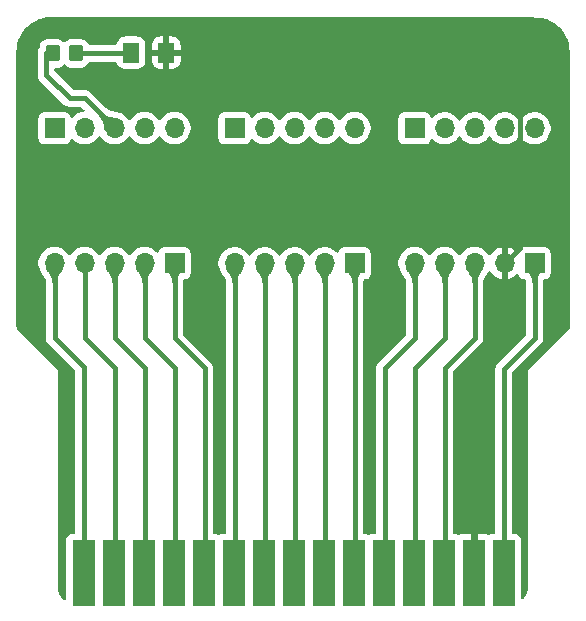
<source format=gtl>
%TF.GenerationSoftware,KiCad,Pcbnew,9.0.5*%
%TF.CreationDate,2025-10-10T12:12:07+02:00*%
%TF.ProjectId,CART-Breakout,43415254-2d42-4726-9561-6b6f75742e6b,rev?*%
%TF.SameCoordinates,Original*%
%TF.FileFunction,Copper,L1,Top*%
%TF.FilePolarity,Positive*%
%FSLAX46Y46*%
G04 Gerber Fmt 4.6, Leading zero omitted, Abs format (unit mm)*
G04 Created by KiCad (PCBNEW 9.0.5) date 2025-10-10 12:12:07*
%MOMM*%
%LPD*%
G01*
G04 APERTURE LIST*
G04 Aperture macros list*
%AMRoundRect*
0 Rectangle with rounded corners*
0 $1 Rounding radius*
0 $2 $3 $4 $5 $6 $7 $8 $9 X,Y pos of 4 corners*
0 Add a 4 corners polygon primitive as box body*
4,1,4,$2,$3,$4,$5,$6,$7,$8,$9,$2,$3,0*
0 Add four circle primitives for the rounded corners*
1,1,$1+$1,$2,$3*
1,1,$1+$1,$4,$5*
1,1,$1+$1,$6,$7*
1,1,$1+$1,$8,$9*
0 Add four rect primitives between the rounded corners*
20,1,$1+$1,$2,$3,$4,$5,0*
20,1,$1+$1,$4,$5,$6,$7,0*
20,1,$1+$1,$6,$7,$8,$9,0*
20,1,$1+$1,$8,$9,$2,$3,0*%
G04 Aperture macros list end*
%TA.AperFunction,SMDPad,CuDef*%
%ADD10R,1.930400X5.588000*%
%TD*%
%TA.AperFunction,ComponentPad*%
%ADD11R,1.700000X1.700000*%
%TD*%
%TA.AperFunction,ComponentPad*%
%ADD12O,1.700000X1.700000*%
%TD*%
%TA.AperFunction,SMDPad,CuDef*%
%ADD13RoundRect,0.250000X-0.350000X-0.450000X0.350000X-0.450000X0.350000X0.450000X-0.350000X0.450000X0*%
%TD*%
%TA.AperFunction,SMDPad,CuDef*%
%ADD14RoundRect,0.250001X0.462499X0.624999X-0.462499X0.624999X-0.462499X-0.624999X0.462499X-0.624999X0*%
%TD*%
%TA.AperFunction,ViaPad*%
%ADD15C,0.600000*%
%TD*%
%TA.AperFunction,Conductor*%
%ADD16C,0.400000*%
%TD*%
G04 APERTURE END LIST*
D10*
%TO.P,CART1,A,RD4*%
%TO.N,/RD4*%
X168830000Y-115152000D03*
%TO.P,CART1,B,GND*%
%TO.N,GND*%
X166290000Y-115152000D03*
%TO.P,CART1,C,A4*%
%TO.N,/A4*%
X163750000Y-115152000D03*
%TO.P,CART1,D,A5*%
%TO.N,/A5*%
X161210000Y-115152000D03*
%TO.P,CART1,E,A6*%
%TO.N,/A6*%
X158670000Y-115152000D03*
%TO.P,CART1,F,A7*%
%TO.N,/A7*%
X156130000Y-115152000D03*
%TO.P,CART1,H,A8*%
%TO.N,/A8*%
X153590000Y-115152000D03*
%TO.P,CART1,J,A9*%
%TO.N,/A9*%
X151050000Y-115152000D03*
%TO.P,CART1,K,A12*%
%TO.N,/A12*%
X148510000Y-115152000D03*
%TO.P,CART1,L,D3*%
%TO.N,/D3*%
X145970000Y-115152000D03*
%TO.P,CART1,M,D7*%
%TO.N,/D7*%
X143430000Y-115152000D03*
%TO.P,CART1,N,A11*%
%TO.N,/A11*%
X140890000Y-115152000D03*
%TO.P,CART1,P,A10*%
%TO.N,/A10*%
X138350000Y-115152000D03*
%TO.P,CART1,R,R/~{W}*%
%TO.N,/R~{W}*%
X135810000Y-115152000D03*
%TO.P,CART1,S,PHI2*%
%TO.N,/PHI2*%
X133270000Y-115152000D03*
%TD*%
D11*
%TO.P,P1,1,Pin_1*%
%TO.N,/A0*%
X161290000Y-77480000D03*
D12*
%TO.P,P1,2,Pin_2*%
%TO.N,/A1*%
X163830000Y-77480000D03*
%TO.P,P1,3,Pin_3*%
%TO.N,/A2*%
X166370000Y-77480000D03*
%TO.P,P1,4,Pin_4*%
%TO.N,/A3*%
X168910000Y-77480000D03*
%TO.P,P1,5,Pin_5*%
%TO.N,/~{S4}*%
X171450000Y-77480000D03*
%TD*%
D11*
%TO.P,P2,1,Pin_1*%
%TO.N,/D0*%
X146050000Y-77470000D03*
D12*
%TO.P,P2,2,Pin_2*%
%TO.N,/D1*%
X148590000Y-77470000D03*
%TO.P,P2,3,Pin_3*%
%TO.N,/D2*%
X151130000Y-77470000D03*
%TO.P,P2,4,Pin_4*%
%TO.N,/D5*%
X153670000Y-77470000D03*
%TO.P,P2,5,Pin_5*%
%TO.N,/D4*%
X156210000Y-77470000D03*
%TD*%
D11*
%TO.P,P3,1,Pin_1*%
%TO.N,/~{CCTL}*%
X130810000Y-77470000D03*
D12*
%TO.P,P3,2,Pin_2*%
%TO.N,/RD5*%
X133350000Y-77470000D03*
%TO.P,P3,3,Pin_3*%
%TO.N,VCC*%
X135890000Y-77470000D03*
%TO.P,P3,4,Pin_4*%
%TO.N,/~{S5}*%
X138430000Y-77470000D03*
%TO.P,P3,5,Pin_5*%
%TO.N,/D6*%
X140970000Y-77470000D03*
%TD*%
D11*
%TO.P,P4,1,Pin_1*%
%TO.N,/D7*%
X140970000Y-88900000D03*
D12*
%TO.P,P4,2,Pin_2*%
%TO.N,/A11*%
X138430000Y-88900000D03*
%TO.P,P4,3,Pin_3*%
%TO.N,/A10*%
X135890000Y-88900000D03*
%TO.P,P4,4,Pin_4*%
%TO.N,/R~{W}*%
X133350000Y-88900000D03*
%TO.P,P4,5,Pin_5*%
%TO.N,/PHI2*%
X130810000Y-88900000D03*
%TD*%
D11*
%TO.P,P5,1,Pin_1*%
%TO.N,/A7*%
X156210000Y-88910000D03*
D12*
%TO.P,P5,2,Pin_2*%
%TO.N,/A8*%
X153670000Y-88910000D03*
%TO.P,P5,3,Pin_3*%
%TO.N,/A9*%
X151130000Y-88910000D03*
%TO.P,P5,4,Pin_4*%
%TO.N,/A12*%
X148590000Y-88910000D03*
%TO.P,P5,5,Pin_5*%
%TO.N,/D3*%
X146050000Y-88910000D03*
%TD*%
D13*
%TO.P,R1,1*%
%TO.N,VCC*%
X130650000Y-71140000D03*
%TO.P,R1,2*%
%TO.N,Net-(LD1-A)*%
X132650000Y-71140000D03*
%TD*%
D11*
%TO.P,P6,1,Pin_1*%
%TO.N,/RD4*%
X171450000Y-88900000D03*
D12*
%TO.P,P6,2,Pin_2*%
%TO.N,GND*%
X168910000Y-88900000D03*
%TO.P,P6,3,Pin_3*%
%TO.N,/A4*%
X166370000Y-88900000D03*
%TO.P,P6,4,Pin_4*%
%TO.N,/A5*%
X163830000Y-88900000D03*
%TO.P,P6,5,Pin_5*%
%TO.N,/A6*%
X161290000Y-88900000D03*
%TD*%
D14*
%TO.P,LD1,1,K*%
%TO.N,GND*%
X140265000Y-71091000D03*
%TO.P,LD1,2,A*%
%TO.N,Net-(LD1-A)*%
X137290000Y-71091000D03*
%TD*%
D15*
%TO.N,GND*%
X172410000Y-72998000D03*
%TD*%
D16*
%TO.N,GND*%
X168900000Y-88910000D02*
X168900000Y-95260000D01*
X170180000Y-74930000D02*
X170180000Y-87630000D01*
X140265000Y-71091000D02*
X166341000Y-71091000D01*
X168900000Y-95260000D02*
X166370000Y-97790000D01*
X166341000Y-71091000D02*
X170180000Y-74930000D01*
X166370000Y-115072000D02*
X166290000Y-115152000D01*
X166370000Y-97790000D02*
X166370000Y-115072000D01*
X170180000Y-87630000D02*
X168910000Y-88900000D01*
X168910000Y-88900000D02*
X168900000Y-88910000D01*
%TO.N,VCC*%
X130080000Y-72930000D02*
X132080000Y-74930000D01*
X132080000Y-74930000D02*
X133350000Y-74930000D01*
X133350000Y-74930000D02*
X135890000Y-77470000D01*
X130080000Y-71120000D02*
X130080000Y-72930000D01*
%TO.N,/RD4*%
X171450000Y-95250000D02*
X171450000Y-88900000D01*
X168830000Y-97870000D02*
X171450000Y-95250000D01*
X168830000Y-115152000D02*
X168830000Y-97870000D01*
%TO.N,/A4*%
X166370000Y-88900000D02*
X166390000Y-88920000D01*
X163830000Y-97790000D02*
X163830000Y-115072000D01*
X166390000Y-88920000D02*
X166390000Y-95230000D01*
X163830000Y-115072000D02*
X163750000Y-115152000D01*
X166390000Y-95230000D02*
X163830000Y-97790000D01*
%TO.N,/A5*%
X161290000Y-97790000D02*
X161290000Y-115072000D01*
X163830000Y-88900000D02*
X163860000Y-88930000D01*
X163860000Y-88930000D02*
X163860000Y-95220000D01*
X161290000Y-115072000D02*
X161210000Y-115152000D01*
X163860000Y-95220000D02*
X161290000Y-97790000D01*
%TO.N,/A6*%
X158750000Y-115072000D02*
X158670000Y-115152000D01*
X161290000Y-88900000D02*
X161290000Y-95250000D01*
X158750000Y-97790000D02*
X158750000Y-115072000D01*
X161290000Y-95250000D02*
X158750000Y-97790000D01*
%TO.N,/A7*%
X156230000Y-88920000D02*
X156230000Y-115052000D01*
X156210000Y-88900000D02*
X156230000Y-88920000D01*
X156230000Y-115052000D02*
X156130000Y-115152000D01*
%TO.N,/A8*%
X153670000Y-115072000D02*
X153590000Y-115152000D01*
X153670000Y-88900000D02*
X153670000Y-115072000D01*
%TO.N,/A9*%
X151130000Y-115072000D02*
X151050000Y-115152000D01*
X151130000Y-88900000D02*
X151130000Y-115072000D01*
%TO.N,/A12*%
X148590000Y-115072000D02*
X148510000Y-115152000D01*
X148590000Y-88900000D02*
X148590000Y-115072000D01*
%TO.N,/D3*%
X146050000Y-115072000D02*
X145970000Y-115152000D01*
X146050000Y-88900000D02*
X146050000Y-115072000D01*
%TO.N,/D7*%
X140970000Y-95250000D02*
X143510000Y-97790000D01*
X143510000Y-97790000D02*
X143510000Y-115072000D01*
X143510000Y-115072000D02*
X143430000Y-115152000D01*
X140970000Y-88900000D02*
X140970000Y-95250000D01*
%TO.N,/A11*%
X138430000Y-95250000D02*
X140970000Y-97790000D01*
X140970000Y-97790000D02*
X140970000Y-115072000D01*
X140970000Y-115072000D02*
X140890000Y-115152000D01*
X138430000Y-88900000D02*
X138430000Y-95250000D01*
%TO.N,/A10*%
X135890000Y-95250000D02*
X138430000Y-97790000D01*
X138430000Y-97790000D02*
X138430000Y-115072000D01*
X138430000Y-115072000D02*
X138350000Y-115152000D01*
X135890000Y-88900000D02*
X135890000Y-95250000D01*
%TO.N,/R~{W}*%
X133350000Y-95250000D02*
X135890000Y-97790000D01*
X135890000Y-97790000D02*
X135890000Y-115072000D01*
X135890000Y-115072000D02*
X135810000Y-115152000D01*
X133350000Y-88900000D02*
X133350000Y-95250000D01*
%TO.N,/PHI2*%
X130810000Y-95250000D02*
X133270000Y-97710000D01*
X133270000Y-97710000D02*
X133270000Y-115152000D01*
X130810000Y-88900000D02*
X130810000Y-95250000D01*
%TO.N,Net-(LD1-A)*%
X132650000Y-71140000D02*
X137241000Y-71140000D01*
X137241000Y-71140000D02*
X137290000Y-71091000D01*
X133220000Y-71120000D02*
X133200000Y-71140000D01*
%TD*%
%TA.AperFunction,Conductor*%
%TO.N,/PHI2*%
G36*
X130949123Y-88728696D02*
G01*
X130952132Y-88729523D01*
X131079845Y-88783892D01*
X131082535Y-88785492D01*
X131191885Y-88872265D01*
X131193045Y-88873320D01*
X131513266Y-89206311D01*
X131515357Y-89209309D01*
X131545324Y-89270999D01*
X131546321Y-89278149D01*
X131534373Y-89345684D01*
X131533182Y-89349140D01*
X131529137Y-89356746D01*
X131529039Y-89356926D01*
X131492031Y-89423660D01*
X131491825Y-89424016D01*
X131452519Y-89489371D01*
X131452414Y-89489543D01*
X131451111Y-89491625D01*
X131448359Y-89496027D01*
X131411184Y-89553842D01*
X131411024Y-89554084D01*
X131372497Y-89610853D01*
X131372415Y-89610972D01*
X131346058Y-89648794D01*
X131346032Y-89648831D01*
X131333022Y-89667349D01*
X131332971Y-89667422D01*
X131319691Y-89686020D01*
X131319665Y-89686056D01*
X131258641Y-89770831D01*
X131190532Y-89871658D01*
X131130561Y-89977204D01*
X131080647Y-90094597D01*
X131080644Y-90094606D01*
X131042655Y-90231075D01*
X131042654Y-90231080D01*
X131018477Y-90393814D01*
X131015608Y-90460211D01*
X131014927Y-90475980D01*
X131014927Y-90475996D01*
X131014380Y-90488636D01*
X131014336Y-90489647D01*
X131013306Y-90493967D01*
X130984662Y-90557240D01*
X130978364Y-90563272D01*
X130943334Y-90577341D01*
X130913913Y-90589157D01*
X130909555Y-90590000D01*
X130710445Y-90590000D01*
X130706085Y-90589157D01*
X130641634Y-90563272D01*
X130635336Y-90557240D01*
X130606693Y-90493967D01*
X130605663Y-90489648D01*
X130605619Y-90488636D01*
X130605073Y-90475999D01*
X130605072Y-90475996D01*
X130601521Y-90393815D01*
X130577344Y-90231080D01*
X130558352Y-90162857D01*
X130558349Y-90162842D01*
X130556460Y-90156058D01*
X130539353Y-90094604D01*
X130539351Y-90094597D01*
X130489437Y-89977204D01*
X130489436Y-89977202D01*
X130489433Y-89977195D01*
X130429471Y-89871665D01*
X130361350Y-89770821D01*
X130300334Y-89686056D01*
X130287028Y-89667422D01*
X130273964Y-89648829D01*
X130273954Y-89648784D01*
X130273940Y-89648795D01*
X130247588Y-89610982D01*
X130247506Y-89610862D01*
X130208974Y-89554084D01*
X130208814Y-89553842D01*
X130171679Y-89496087D01*
X130171601Y-89495964D01*
X130167583Y-89489541D01*
X130167476Y-89489366D01*
X130128173Y-89424016D01*
X130127967Y-89423660D01*
X130090960Y-89356926D01*
X130090891Y-89356800D01*
X130086815Y-89349134D01*
X130085627Y-89345687D01*
X130073678Y-89278149D01*
X130074675Y-89270999D01*
X130104643Y-89209305D01*
X130106729Y-89206314D01*
X130426959Y-88873314D01*
X130428107Y-88872271D01*
X130537467Y-88785490D01*
X130540151Y-88783893D01*
X130667869Y-88729523D01*
X130670874Y-88728696D01*
X130808437Y-88710130D01*
X130811563Y-88710130D01*
X130949123Y-88728696D01*
G37*
%TD.AperFunction*%
%TD*%
%TA.AperFunction,Conductor*%
%TO.N,/A10*%
G36*
X136029123Y-88728696D02*
G01*
X136032132Y-88729523D01*
X136159845Y-88783892D01*
X136162535Y-88785492D01*
X136271885Y-88872265D01*
X136273045Y-88873320D01*
X136593266Y-89206311D01*
X136595357Y-89209309D01*
X136625324Y-89270999D01*
X136626321Y-89278149D01*
X136614373Y-89345684D01*
X136613182Y-89349140D01*
X136609137Y-89356746D01*
X136609039Y-89356926D01*
X136572031Y-89423660D01*
X136571825Y-89424016D01*
X136532519Y-89489371D01*
X136532414Y-89489543D01*
X136531111Y-89491625D01*
X136528359Y-89496027D01*
X136491184Y-89553842D01*
X136491024Y-89554084D01*
X136452497Y-89610853D01*
X136452415Y-89610972D01*
X136426058Y-89648794D01*
X136426032Y-89648831D01*
X136413022Y-89667349D01*
X136412971Y-89667422D01*
X136399691Y-89686020D01*
X136399665Y-89686056D01*
X136338641Y-89770831D01*
X136270532Y-89871658D01*
X136210561Y-89977204D01*
X136160647Y-90094597D01*
X136160644Y-90094606D01*
X136122655Y-90231075D01*
X136122654Y-90231080D01*
X136098477Y-90393814D01*
X136095608Y-90460211D01*
X136094927Y-90475980D01*
X136094927Y-90475996D01*
X136094380Y-90488636D01*
X136094336Y-90489647D01*
X136093306Y-90493967D01*
X136064662Y-90557240D01*
X136058364Y-90563272D01*
X136023334Y-90577341D01*
X135993913Y-90589157D01*
X135989555Y-90590000D01*
X135790445Y-90590000D01*
X135786085Y-90589157D01*
X135721634Y-90563272D01*
X135715336Y-90557240D01*
X135686693Y-90493967D01*
X135685663Y-90489648D01*
X135685619Y-90488636D01*
X135685073Y-90475999D01*
X135685072Y-90475996D01*
X135681521Y-90393815D01*
X135657344Y-90231080D01*
X135638352Y-90162857D01*
X135638349Y-90162842D01*
X135636460Y-90156058D01*
X135619353Y-90094604D01*
X135619351Y-90094597D01*
X135569437Y-89977204D01*
X135569436Y-89977202D01*
X135569433Y-89977195D01*
X135509471Y-89871665D01*
X135441350Y-89770821D01*
X135380334Y-89686056D01*
X135367028Y-89667422D01*
X135353964Y-89648829D01*
X135353954Y-89648784D01*
X135353940Y-89648795D01*
X135327588Y-89610982D01*
X135327506Y-89610862D01*
X135288974Y-89554084D01*
X135288814Y-89553842D01*
X135251679Y-89496087D01*
X135251601Y-89495964D01*
X135247583Y-89489541D01*
X135247476Y-89489366D01*
X135208173Y-89424016D01*
X135207967Y-89423660D01*
X135170960Y-89356926D01*
X135170891Y-89356800D01*
X135166815Y-89349134D01*
X135165627Y-89345687D01*
X135153678Y-89278149D01*
X135154675Y-89270999D01*
X135184643Y-89209305D01*
X135186729Y-89206314D01*
X135506959Y-88873314D01*
X135508107Y-88872271D01*
X135617467Y-88785490D01*
X135620151Y-88783893D01*
X135747869Y-88729523D01*
X135750874Y-88728696D01*
X135888437Y-88710130D01*
X135891563Y-88710130D01*
X136029123Y-88728696D01*
G37*
%TD.AperFunction*%
%TD*%
%TA.AperFunction,Conductor*%
%TO.N,/A11*%
G36*
X138569123Y-88728696D02*
G01*
X138572132Y-88729523D01*
X138699845Y-88783892D01*
X138702535Y-88785492D01*
X138811885Y-88872265D01*
X138813045Y-88873320D01*
X139133266Y-89206311D01*
X139135357Y-89209309D01*
X139165324Y-89270999D01*
X139166321Y-89278149D01*
X139154373Y-89345684D01*
X139153182Y-89349140D01*
X139149137Y-89356746D01*
X139149039Y-89356926D01*
X139112031Y-89423660D01*
X139111825Y-89424016D01*
X139072519Y-89489371D01*
X139072414Y-89489543D01*
X139071111Y-89491625D01*
X139068359Y-89496027D01*
X139031184Y-89553842D01*
X139031024Y-89554084D01*
X138992491Y-89610863D01*
X138992409Y-89610982D01*
X138966058Y-89648794D01*
X138966032Y-89648831D01*
X138953022Y-89667349D01*
X138952971Y-89667422D01*
X138939691Y-89686020D01*
X138939665Y-89686056D01*
X138878641Y-89770831D01*
X138810532Y-89871658D01*
X138750561Y-89977204D01*
X138700647Y-90094597D01*
X138700644Y-90094606D01*
X138662655Y-90231075D01*
X138662654Y-90231080D01*
X138638477Y-90393814D01*
X138635608Y-90460211D01*
X138634927Y-90475980D01*
X138634927Y-90475996D01*
X138634380Y-90488636D01*
X138634336Y-90489647D01*
X138633306Y-90493967D01*
X138604662Y-90557240D01*
X138598364Y-90563272D01*
X138563334Y-90577341D01*
X138533913Y-90589157D01*
X138529555Y-90590000D01*
X138330445Y-90590000D01*
X138326085Y-90589157D01*
X138261634Y-90563272D01*
X138255336Y-90557240D01*
X138226693Y-90493967D01*
X138225663Y-90489648D01*
X138225619Y-90488636D01*
X138225073Y-90475999D01*
X138225072Y-90475996D01*
X138221521Y-90393815D01*
X138197344Y-90231080D01*
X138178352Y-90162857D01*
X138178349Y-90162842D01*
X138176460Y-90156058D01*
X138159353Y-90094604D01*
X138159351Y-90094597D01*
X138109437Y-89977204D01*
X138109436Y-89977202D01*
X138109433Y-89977195D01*
X138049471Y-89871665D01*
X137981350Y-89770821D01*
X137920334Y-89686056D01*
X137907028Y-89667422D01*
X137893964Y-89648829D01*
X137893954Y-89648784D01*
X137893940Y-89648794D01*
X137867589Y-89610982D01*
X137867507Y-89610863D01*
X137828974Y-89554084D01*
X137828814Y-89553842D01*
X137791679Y-89496087D01*
X137791601Y-89495964D01*
X137787583Y-89489541D01*
X137787476Y-89489366D01*
X137748173Y-89424016D01*
X137747967Y-89423660D01*
X137710960Y-89356926D01*
X137710891Y-89356800D01*
X137706815Y-89349134D01*
X137705627Y-89345687D01*
X137693678Y-89278149D01*
X137694675Y-89270999D01*
X137724643Y-89209305D01*
X137726729Y-89206314D01*
X138046959Y-88873314D01*
X138048107Y-88872271D01*
X138157467Y-88785490D01*
X138160151Y-88783893D01*
X138287869Y-88729523D01*
X138290874Y-88728696D01*
X138428437Y-88710130D01*
X138431563Y-88710130D01*
X138569123Y-88728696D01*
G37*
%TD.AperFunction*%
%TD*%
%TA.AperFunction,Conductor*%
%TO.N,/D7*%
G36*
X141109123Y-88728696D02*
G01*
X141112132Y-88729523D01*
X141239845Y-88783892D01*
X141242535Y-88785492D01*
X141351885Y-88872265D01*
X141353045Y-88873320D01*
X141673266Y-89206311D01*
X141675357Y-89209309D01*
X141705324Y-89270999D01*
X141706321Y-89278149D01*
X141694373Y-89345684D01*
X141693182Y-89349140D01*
X141689137Y-89356746D01*
X141689039Y-89356926D01*
X141652031Y-89423660D01*
X141651825Y-89424016D01*
X141612519Y-89489371D01*
X141612414Y-89489543D01*
X141611111Y-89491625D01*
X141608359Y-89496027D01*
X141571184Y-89553842D01*
X141571024Y-89554084D01*
X141532491Y-89610863D01*
X141532409Y-89610982D01*
X141506058Y-89648794D01*
X141506032Y-89648831D01*
X141493022Y-89667349D01*
X141492971Y-89667422D01*
X141479691Y-89686020D01*
X141479665Y-89686056D01*
X141418641Y-89770831D01*
X141350532Y-89871658D01*
X141290561Y-89977204D01*
X141240647Y-90094597D01*
X141240644Y-90094606D01*
X141202655Y-90231075D01*
X141202654Y-90231080D01*
X141178477Y-90393814D01*
X141175608Y-90460211D01*
X141174927Y-90475980D01*
X141174927Y-90475996D01*
X141174380Y-90488636D01*
X141174336Y-90489647D01*
X141173306Y-90493967D01*
X141144662Y-90557240D01*
X141138364Y-90563272D01*
X141103334Y-90577341D01*
X141073913Y-90589157D01*
X141069555Y-90590000D01*
X140870445Y-90590000D01*
X140866085Y-90589157D01*
X140801634Y-90563272D01*
X140795336Y-90557240D01*
X140766693Y-90493967D01*
X140765663Y-90489648D01*
X140765619Y-90488636D01*
X140765073Y-90475999D01*
X140765072Y-90475996D01*
X140761521Y-90393815D01*
X140737344Y-90231080D01*
X140718352Y-90162857D01*
X140718349Y-90162842D01*
X140716460Y-90156058D01*
X140699353Y-90094604D01*
X140699351Y-90094597D01*
X140649437Y-89977204D01*
X140649436Y-89977202D01*
X140649433Y-89977195D01*
X140589471Y-89871665D01*
X140521350Y-89770821D01*
X140460334Y-89686056D01*
X140447028Y-89667422D01*
X140433964Y-89648829D01*
X140433954Y-89648784D01*
X140433940Y-89648794D01*
X140407589Y-89610982D01*
X140407507Y-89610863D01*
X140368974Y-89554084D01*
X140368814Y-89553842D01*
X140331679Y-89496087D01*
X140331601Y-89495964D01*
X140327583Y-89489541D01*
X140327476Y-89489366D01*
X140288173Y-89424016D01*
X140287967Y-89423660D01*
X140250960Y-89356926D01*
X140250891Y-89356800D01*
X140246815Y-89349134D01*
X140245627Y-89345687D01*
X140233678Y-89278149D01*
X140234675Y-89270999D01*
X140264643Y-89209305D01*
X140266729Y-89206314D01*
X140586959Y-88873314D01*
X140588107Y-88872271D01*
X140697467Y-88785490D01*
X140700151Y-88783893D01*
X140827869Y-88729523D01*
X140830874Y-88728696D01*
X140968437Y-88710130D01*
X140971563Y-88710130D01*
X141109123Y-88728696D01*
G37*
%TD.AperFunction*%
%TD*%
%TA.AperFunction,Conductor*%
%TO.N,/D3*%
G36*
X146189123Y-88738696D02*
G01*
X146192132Y-88739523D01*
X146319845Y-88793892D01*
X146322535Y-88795492D01*
X146431885Y-88882265D01*
X146433045Y-88883320D01*
X146753648Y-89216708D01*
X146755740Y-89219707D01*
X146785486Y-89280965D01*
X146786481Y-89288120D01*
X146774586Y-89355167D01*
X146773393Y-89358623D01*
X146769392Y-89366136D01*
X146769291Y-89366320D01*
X146732443Y-89432615D01*
X146732234Y-89432977D01*
X146693051Y-89497890D01*
X146692941Y-89498068D01*
X146688979Y-89504374D01*
X146688899Y-89504500D01*
X146651841Y-89561852D01*
X146651676Y-89562099D01*
X146613233Y-89618402D01*
X146613149Y-89618525D01*
X146587824Y-89654622D01*
X146587797Y-89654660D01*
X146573738Y-89674527D01*
X146573682Y-89674605D01*
X146559566Y-89694212D01*
X146559538Y-89694250D01*
X146499409Y-89777057D01*
X146474741Y-89813207D01*
X146474460Y-89813619D01*
X146465459Y-89826809D01*
X146431185Y-89877032D01*
X146371068Y-89981662D01*
X146320977Y-90098103D01*
X146282822Y-90233539D01*
X146258525Y-90395110D01*
X146254360Y-90490301D01*
X146253328Y-90494618D01*
X146224862Y-90557433D01*
X146218564Y-90563462D01*
X146154561Y-90589158D01*
X146150202Y-90590000D01*
X145949798Y-90590000D01*
X145945439Y-90589158D01*
X145881434Y-90563462D01*
X145875136Y-90557433D01*
X145846670Y-90494618D01*
X145846669Y-90494616D01*
X145845638Y-90490300D01*
X145845045Y-90476733D01*
X145845044Y-90476721D01*
X145841474Y-90395115D01*
X145817177Y-90233539D01*
X145779024Y-90098110D01*
X145728932Y-89981665D01*
X145698879Y-89929359D01*
X145698875Y-89929352D01*
X145698875Y-89929353D01*
X145694403Y-89921569D01*
X145694402Y-89921568D01*
X145668813Y-89877032D01*
X145634539Y-89826809D01*
X145625302Y-89813271D01*
X145625256Y-89813205D01*
X145600598Y-89777071D01*
X145540432Y-89694212D01*
X145526270Y-89674540D01*
X145512202Y-89654660D01*
X145486876Y-89618562D01*
X145486792Y-89618440D01*
X145448322Y-89562100D01*
X145448157Y-89561852D01*
X145411099Y-89504500D01*
X145411019Y-89504374D01*
X145407057Y-89498068D01*
X145406947Y-89497890D01*
X145367764Y-89432978D01*
X145367554Y-89432616D01*
X145330672Y-89366257D01*
X145326604Y-89358620D01*
X145325414Y-89355176D01*
X145313518Y-89288118D01*
X145314512Y-89280967D01*
X145344260Y-89219704D01*
X145346348Y-89216710D01*
X145666959Y-88883314D01*
X145668107Y-88882271D01*
X145777467Y-88795490D01*
X145780151Y-88793893D01*
X145907869Y-88739523D01*
X145910874Y-88738696D01*
X146048437Y-88720130D01*
X146051563Y-88720130D01*
X146189123Y-88738696D01*
G37*
%TD.AperFunction*%
%TD*%
%TA.AperFunction,Conductor*%
%TO.N,/A12*%
G36*
X148729123Y-88738696D02*
G01*
X148732132Y-88739523D01*
X148859845Y-88793892D01*
X148862535Y-88795492D01*
X148971885Y-88882265D01*
X148973045Y-88883320D01*
X149293648Y-89216708D01*
X149295740Y-89219707D01*
X149325486Y-89280965D01*
X149326481Y-89288120D01*
X149314586Y-89355167D01*
X149313393Y-89358623D01*
X149309392Y-89366136D01*
X149309291Y-89366320D01*
X149272443Y-89432615D01*
X149272234Y-89432977D01*
X149233051Y-89497890D01*
X149232941Y-89498068D01*
X149228979Y-89504374D01*
X149228899Y-89504500D01*
X149191841Y-89561852D01*
X149191676Y-89562099D01*
X149153233Y-89618402D01*
X149153149Y-89618525D01*
X149127824Y-89654622D01*
X149127797Y-89654660D01*
X149113738Y-89674527D01*
X149113682Y-89674605D01*
X149099566Y-89694212D01*
X149099538Y-89694250D01*
X149039409Y-89777057D01*
X149014741Y-89813207D01*
X149014460Y-89813619D01*
X149005459Y-89826809D01*
X148971185Y-89877032D01*
X148911068Y-89981662D01*
X148860977Y-90098103D01*
X148822822Y-90233539D01*
X148798525Y-90395110D01*
X148794360Y-90490301D01*
X148793328Y-90494618D01*
X148764862Y-90557433D01*
X148758564Y-90563462D01*
X148694561Y-90589158D01*
X148690202Y-90590000D01*
X148489798Y-90590000D01*
X148485439Y-90589158D01*
X148421434Y-90563462D01*
X148415136Y-90557433D01*
X148386670Y-90494618D01*
X148386669Y-90494616D01*
X148385638Y-90490300D01*
X148385045Y-90476733D01*
X148385044Y-90476721D01*
X148381474Y-90395115D01*
X148357177Y-90233539D01*
X148319024Y-90098110D01*
X148268932Y-89981665D01*
X148238879Y-89929359D01*
X148238875Y-89929352D01*
X148238875Y-89929353D01*
X148234403Y-89921569D01*
X148234402Y-89921568D01*
X148208813Y-89877032D01*
X148174539Y-89826809D01*
X148165302Y-89813271D01*
X148165256Y-89813205D01*
X148140598Y-89777071D01*
X148080432Y-89694212D01*
X148066270Y-89674540D01*
X148052202Y-89654660D01*
X148026876Y-89618562D01*
X148026792Y-89618440D01*
X147988322Y-89562100D01*
X147988157Y-89561852D01*
X147951099Y-89504500D01*
X147951019Y-89504374D01*
X147947057Y-89498068D01*
X147946947Y-89497890D01*
X147907764Y-89432978D01*
X147907554Y-89432616D01*
X147870672Y-89366257D01*
X147866604Y-89358620D01*
X147865414Y-89355176D01*
X147853518Y-89288118D01*
X147854512Y-89280967D01*
X147884260Y-89219704D01*
X147886348Y-89216710D01*
X148206959Y-88883314D01*
X148208107Y-88882271D01*
X148317467Y-88795490D01*
X148320151Y-88793893D01*
X148447869Y-88739523D01*
X148450874Y-88738696D01*
X148588437Y-88720130D01*
X148591563Y-88720130D01*
X148729123Y-88738696D01*
G37*
%TD.AperFunction*%
%TD*%
%TA.AperFunction,Conductor*%
%TO.N,/A9*%
G36*
X151269123Y-88738696D02*
G01*
X151272132Y-88739523D01*
X151399845Y-88793892D01*
X151402535Y-88795492D01*
X151511885Y-88882265D01*
X151513045Y-88883320D01*
X151833648Y-89216708D01*
X151835740Y-89219707D01*
X151865486Y-89280965D01*
X151866481Y-89288120D01*
X151854586Y-89355167D01*
X151853393Y-89358623D01*
X151849392Y-89366136D01*
X151849291Y-89366320D01*
X151812443Y-89432615D01*
X151812234Y-89432977D01*
X151773051Y-89497890D01*
X151772941Y-89498068D01*
X151768979Y-89504374D01*
X151768899Y-89504500D01*
X151731841Y-89561852D01*
X151731676Y-89562099D01*
X151693233Y-89618402D01*
X151693149Y-89618525D01*
X151667824Y-89654622D01*
X151667797Y-89654660D01*
X151653738Y-89674527D01*
X151653682Y-89674605D01*
X151639566Y-89694212D01*
X151639538Y-89694250D01*
X151579409Y-89777057D01*
X151554741Y-89813207D01*
X151554460Y-89813619D01*
X151545459Y-89826809D01*
X151511185Y-89877032D01*
X151451068Y-89981662D01*
X151400977Y-90098103D01*
X151362822Y-90233539D01*
X151338525Y-90395110D01*
X151334360Y-90490301D01*
X151333328Y-90494618D01*
X151304862Y-90557433D01*
X151298564Y-90563462D01*
X151234561Y-90589158D01*
X151230202Y-90590000D01*
X151029798Y-90590000D01*
X151025439Y-90589158D01*
X150961434Y-90563462D01*
X150955136Y-90557433D01*
X150926670Y-90494618D01*
X150926669Y-90494616D01*
X150925638Y-90490300D01*
X150925045Y-90476733D01*
X150925044Y-90476721D01*
X150921474Y-90395115D01*
X150897177Y-90233539D01*
X150859024Y-90098110D01*
X150808932Y-89981665D01*
X150778879Y-89929359D01*
X150778875Y-89929352D01*
X150778875Y-89929353D01*
X150774403Y-89921569D01*
X150774402Y-89921568D01*
X150748813Y-89877032D01*
X150714539Y-89826809D01*
X150705302Y-89813271D01*
X150705256Y-89813205D01*
X150680598Y-89777071D01*
X150620432Y-89694212D01*
X150606270Y-89674540D01*
X150592202Y-89654660D01*
X150566876Y-89618562D01*
X150566792Y-89618440D01*
X150528322Y-89562100D01*
X150528157Y-89561852D01*
X150491099Y-89504500D01*
X150491019Y-89504374D01*
X150487057Y-89498068D01*
X150486947Y-89497890D01*
X150447764Y-89432978D01*
X150447554Y-89432616D01*
X150410672Y-89366257D01*
X150406604Y-89358620D01*
X150405414Y-89355176D01*
X150393518Y-89288118D01*
X150394512Y-89280967D01*
X150424260Y-89219704D01*
X150426348Y-89216710D01*
X150746959Y-88883314D01*
X150748107Y-88882271D01*
X150857467Y-88795490D01*
X150860151Y-88793893D01*
X150987869Y-88739523D01*
X150990874Y-88738696D01*
X151128437Y-88720130D01*
X151131563Y-88720130D01*
X151269123Y-88738696D01*
G37*
%TD.AperFunction*%
%TD*%
%TA.AperFunction,Conductor*%
%TO.N,/A8*%
G36*
X153809123Y-88738696D02*
G01*
X153812132Y-88739523D01*
X153939845Y-88793892D01*
X153942535Y-88795492D01*
X154051885Y-88882265D01*
X154053045Y-88883320D01*
X154373648Y-89216708D01*
X154375740Y-89219707D01*
X154405486Y-89280965D01*
X154406481Y-89288120D01*
X154394586Y-89355167D01*
X154393393Y-89358623D01*
X154389392Y-89366136D01*
X154389291Y-89366320D01*
X154352443Y-89432615D01*
X154352234Y-89432977D01*
X154313051Y-89497890D01*
X154312941Y-89498068D01*
X154308979Y-89504374D01*
X154308899Y-89504500D01*
X154271841Y-89561852D01*
X154271676Y-89562099D01*
X154233233Y-89618402D01*
X154233149Y-89618525D01*
X154207824Y-89654622D01*
X154207797Y-89654660D01*
X154193738Y-89674527D01*
X154193682Y-89674605D01*
X154179566Y-89694212D01*
X154179538Y-89694250D01*
X154119409Y-89777057D01*
X154094741Y-89813207D01*
X154094460Y-89813619D01*
X154085459Y-89826809D01*
X154051185Y-89877032D01*
X153991068Y-89981662D01*
X153940977Y-90098103D01*
X153902822Y-90233539D01*
X153878525Y-90395110D01*
X153874360Y-90490301D01*
X153873328Y-90494618D01*
X153844862Y-90557433D01*
X153838564Y-90563462D01*
X153774561Y-90589158D01*
X153770202Y-90590000D01*
X153569798Y-90590000D01*
X153565439Y-90589158D01*
X153501434Y-90563462D01*
X153495136Y-90557433D01*
X153466670Y-90494618D01*
X153466669Y-90494616D01*
X153465638Y-90490300D01*
X153465045Y-90476733D01*
X153465044Y-90476721D01*
X153461474Y-90395115D01*
X153437177Y-90233539D01*
X153399024Y-90098110D01*
X153348932Y-89981665D01*
X153318879Y-89929359D01*
X153318875Y-89929352D01*
X153318875Y-89929353D01*
X153314403Y-89921569D01*
X153314402Y-89921568D01*
X153288813Y-89877032D01*
X153254539Y-89826809D01*
X153245302Y-89813271D01*
X153245256Y-89813205D01*
X153220598Y-89777071D01*
X153160432Y-89694212D01*
X153146270Y-89674540D01*
X153132202Y-89654660D01*
X153106876Y-89618562D01*
X153106792Y-89618440D01*
X153068322Y-89562100D01*
X153068157Y-89561852D01*
X153031099Y-89504500D01*
X153031019Y-89504374D01*
X153027057Y-89498068D01*
X153026947Y-89497890D01*
X152987764Y-89432978D01*
X152987554Y-89432616D01*
X152950672Y-89366257D01*
X152946604Y-89358620D01*
X152945414Y-89355176D01*
X152933518Y-89288118D01*
X152934512Y-89280967D01*
X152964260Y-89219704D01*
X152966348Y-89216710D01*
X153286959Y-88883314D01*
X153288107Y-88882271D01*
X153397467Y-88795490D01*
X153400151Y-88793893D01*
X153527869Y-88739523D01*
X153530874Y-88738696D01*
X153668437Y-88720130D01*
X153671563Y-88720130D01*
X153809123Y-88738696D01*
G37*
%TD.AperFunction*%
%TD*%
%TA.AperFunction,Conductor*%
%TO.N,/A7*%
G36*
X156345052Y-88735470D02*
G01*
X156348082Y-88736227D01*
X156477038Y-88787576D01*
X156479765Y-88789112D01*
X156591133Y-88873294D01*
X156592308Y-88874314D01*
X156751229Y-89031975D01*
X156919417Y-89198831D01*
X156921577Y-89201778D01*
X156953468Y-89263666D01*
X156954634Y-89270789D01*
X156944137Y-89339617D01*
X156943030Y-89343098D01*
X156939009Y-89351116D01*
X156938914Y-89351299D01*
X156903129Y-89419622D01*
X156902933Y-89419983D01*
X156864721Y-89487101D01*
X156864618Y-89487278D01*
X156860651Y-89493971D01*
X156860574Y-89494098D01*
X156824464Y-89553292D01*
X156824307Y-89553542D01*
X156786701Y-89611828D01*
X156786638Y-89611925D01*
X156762299Y-89648624D01*
X156748146Y-89669768D01*
X156748090Y-89669851D01*
X156733728Y-89690916D01*
X156733700Y-89690957D01*
X156698438Y-89742207D01*
X156698434Y-89742212D01*
X156698406Y-89742251D01*
X156698407Y-89742252D01*
X156675266Y-89775886D01*
X156664135Y-89793047D01*
X156608313Y-89879111D01*
X156608306Y-89879122D01*
X156549232Y-89986905D01*
X156549228Y-89986914D01*
X156499943Y-90106581D01*
X156499943Y-90106582D01*
X156462363Y-90245449D01*
X156462360Y-90245461D01*
X156438410Y-90410809D01*
X156434886Y-90494290D01*
X156434300Y-90508150D01*
X156433272Y-90512473D01*
X156404212Y-90576795D01*
X156397913Y-90582834D01*
X156332420Y-90609156D01*
X156328057Y-90610000D01*
X156130266Y-90610000D01*
X156125905Y-90609157D01*
X156061587Y-90583324D01*
X156055289Y-90577291D01*
X156026708Y-90514145D01*
X156025678Y-90509826D01*
X156025606Y-90508150D01*
X156025091Y-90496222D01*
X156025090Y-90496221D01*
X156021551Y-90414174D01*
X155997399Y-90251711D01*
X155959337Y-90115488D01*
X155959336Y-90115484D01*
X155934335Y-90057143D01*
X155934254Y-90056953D01*
X155934247Y-90056935D01*
X155933041Y-90054122D01*
X155933039Y-90054118D01*
X155909156Y-89998383D01*
X155848648Y-89893274D01*
X155848646Y-89893271D01*
X155848642Y-89893264D01*
X155779611Y-89793047D01*
X155714058Y-89704401D01*
X155714059Y-89704399D01*
X155714037Y-89704373D01*
X155703860Y-89690527D01*
X155703820Y-89690472D01*
X155693714Y-89676554D01*
X155693705Y-89676520D01*
X155693695Y-89676528D01*
X155663452Y-89634629D01*
X155663374Y-89634518D01*
X155623834Y-89578382D01*
X155623680Y-89578159D01*
X155607094Y-89553415D01*
X155585345Y-89520968D01*
X155581137Y-89514530D01*
X155540398Y-89449844D01*
X155540198Y-89449514D01*
X155522755Y-89419622D01*
X155501675Y-89383496D01*
X155500608Y-89381595D01*
X155497463Y-89375988D01*
X155496195Y-89372564D01*
X155482720Y-89305368D01*
X155483551Y-89298204D01*
X155512054Y-89235877D01*
X155514072Y-89232836D01*
X155544073Y-89200133D01*
X155826441Y-88892329D01*
X155827567Y-88891256D01*
X155934848Y-88801934D01*
X155937493Y-88800274D01*
X156063893Y-88742915D01*
X156066887Y-88742015D01*
X156203976Y-88720217D01*
X156207096Y-88720145D01*
X156345052Y-88735470D01*
G37*
%TD.AperFunction*%
%TD*%
%TA.AperFunction,Conductor*%
%TO.N,/A6*%
G36*
X161429123Y-88728696D02*
G01*
X161432132Y-88729523D01*
X161559845Y-88783892D01*
X161562535Y-88785492D01*
X161671885Y-88872265D01*
X161673045Y-88873320D01*
X161993266Y-89206311D01*
X161995357Y-89209309D01*
X162025324Y-89270999D01*
X162026321Y-89278149D01*
X162014373Y-89345684D01*
X162013182Y-89349140D01*
X162009137Y-89356746D01*
X162009039Y-89356926D01*
X161972031Y-89423660D01*
X161971825Y-89424016D01*
X161932519Y-89489371D01*
X161932414Y-89489543D01*
X161931111Y-89491625D01*
X161928359Y-89496027D01*
X161891184Y-89553842D01*
X161891024Y-89554084D01*
X161852491Y-89610863D01*
X161852409Y-89610982D01*
X161826058Y-89648794D01*
X161826032Y-89648831D01*
X161813022Y-89667349D01*
X161812971Y-89667422D01*
X161799691Y-89686020D01*
X161799665Y-89686056D01*
X161738641Y-89770831D01*
X161670532Y-89871658D01*
X161610561Y-89977204D01*
X161560647Y-90094597D01*
X161560644Y-90094606D01*
X161522655Y-90231075D01*
X161522654Y-90231080D01*
X161498477Y-90393814D01*
X161495608Y-90460211D01*
X161494927Y-90475980D01*
X161494927Y-90475996D01*
X161494380Y-90488636D01*
X161494336Y-90489647D01*
X161493306Y-90493967D01*
X161464662Y-90557240D01*
X161458364Y-90563272D01*
X161423334Y-90577341D01*
X161393913Y-90589157D01*
X161389555Y-90590000D01*
X161190445Y-90590000D01*
X161186085Y-90589157D01*
X161121634Y-90563272D01*
X161115336Y-90557240D01*
X161086693Y-90493967D01*
X161085663Y-90489648D01*
X161085619Y-90488636D01*
X161085073Y-90475999D01*
X161085072Y-90475996D01*
X161081521Y-90393815D01*
X161057344Y-90231080D01*
X161038352Y-90162857D01*
X161038349Y-90162842D01*
X161036460Y-90156058D01*
X161019353Y-90094604D01*
X161019351Y-90094597D01*
X160969437Y-89977204D01*
X160969436Y-89977202D01*
X160969433Y-89977195D01*
X160909471Y-89871665D01*
X160841350Y-89770821D01*
X160780334Y-89686056D01*
X160767028Y-89667422D01*
X160753964Y-89648829D01*
X160753954Y-89648784D01*
X160753940Y-89648794D01*
X160727589Y-89610982D01*
X160727507Y-89610863D01*
X160688974Y-89554084D01*
X160688814Y-89553842D01*
X160651679Y-89496087D01*
X160651601Y-89495964D01*
X160647583Y-89489541D01*
X160647476Y-89489366D01*
X160608173Y-89424016D01*
X160607967Y-89423660D01*
X160570960Y-89356926D01*
X160570891Y-89356800D01*
X160566815Y-89349134D01*
X160565627Y-89345687D01*
X160553678Y-89278149D01*
X160554675Y-89270999D01*
X160584643Y-89209305D01*
X160586729Y-89206314D01*
X160906959Y-88873314D01*
X160908107Y-88872271D01*
X161017467Y-88785490D01*
X161020151Y-88783893D01*
X161147869Y-88729523D01*
X161150874Y-88728696D01*
X161288437Y-88710130D01*
X161291563Y-88710130D01*
X161429123Y-88728696D01*
G37*
%TD.AperFunction*%
%TD*%
%TA.AperFunction,Conductor*%
%TO.N,/A5*%
G36*
X163962991Y-88723895D02*
G01*
X163966035Y-88724618D01*
X164095582Y-88774446D01*
X164098326Y-88775950D01*
X164210675Y-88858817D01*
X164211863Y-88859823D01*
X164333855Y-88978036D01*
X164542521Y-89180238D01*
X164544716Y-89183159D01*
X164577464Y-89244920D01*
X164578713Y-89252030D01*
X164568981Y-89321252D01*
X164567914Y-89324746D01*
X164563935Y-89332915D01*
X164563842Y-89333101D01*
X164528740Y-89402037D01*
X164528546Y-89402403D01*
X164490975Y-89470145D01*
X164490873Y-89470324D01*
X164486980Y-89477060D01*
X164486905Y-89477187D01*
X164462304Y-89518516D01*
X164451348Y-89536920D01*
X164451190Y-89537177D01*
X164414120Y-89595949D01*
X164414039Y-89596075D01*
X164391005Y-89631576D01*
X164390975Y-89631622D01*
X164375978Y-89654502D01*
X164375919Y-89654591D01*
X164360675Y-89677390D01*
X164360645Y-89677435D01*
X164303900Y-89761463D01*
X164237489Y-89865463D01*
X164178795Y-89973938D01*
X164129742Y-90094290D01*
X164129740Y-90094294D01*
X164092296Y-90233831D01*
X164068398Y-90399951D01*
X164067286Y-90426428D01*
X164064878Y-90483784D01*
X164064878Y-90483797D01*
X164064293Y-90497719D01*
X164063266Y-90502043D01*
X164034084Y-90566666D01*
X164027785Y-90572707D01*
X163961990Y-90599156D01*
X163957626Y-90600000D01*
X163759858Y-90600000D01*
X163755498Y-90599157D01*
X163691465Y-90573443D01*
X163685167Y-90567412D01*
X163656703Y-90504551D01*
X163655674Y-90500240D01*
X163655086Y-90486693D01*
X163651543Y-90404989D01*
X163651543Y-90404986D01*
X163627349Y-90243237D01*
X163627347Y-90243232D01*
X163627347Y-90243227D01*
X163589173Y-90107639D01*
X163589172Y-90107636D01*
X163589170Y-90107630D01*
X163538786Y-89991157D01*
X163538784Y-89991152D01*
X163477939Y-89886693D01*
X163408401Y-89787190D01*
X163341070Y-89697712D01*
X163331962Y-89685544D01*
X163331961Y-89685543D01*
X163331959Y-89685534D01*
X163331926Y-89685496D01*
X163322933Y-89673353D01*
X163322925Y-89673322D01*
X163322916Y-89673330D01*
X163290474Y-89629296D01*
X163290397Y-89629189D01*
X163266482Y-89595949D01*
X163250966Y-89574382D01*
X163250876Y-89574254D01*
X163212611Y-89518453D01*
X163207811Y-89511282D01*
X163207718Y-89511141D01*
X163185810Y-89477191D01*
X163166428Y-89447154D01*
X163166226Y-89446829D01*
X163127103Y-89381504D01*
X163127004Y-89381335D01*
X163122815Y-89374067D01*
X163121508Y-89370658D01*
X163107310Y-89303882D01*
X163108057Y-89296709D01*
X163135722Y-89234294D01*
X163137701Y-89231232D01*
X163446259Y-88886839D01*
X163447367Y-88885758D01*
X163553597Y-88795174D01*
X163556221Y-88793485D01*
X163681944Y-88734642D01*
X163684926Y-88733708D01*
X163821742Y-88710302D01*
X163824860Y-88710192D01*
X163962991Y-88723895D01*
G37*
%TD.AperFunction*%
%TD*%
%TA.AperFunction,Conductor*%
%TO.N,/A4*%
G36*
X166505052Y-88725470D02*
G01*
X166508082Y-88726227D01*
X166637038Y-88777576D01*
X166639765Y-88779112D01*
X166751133Y-88863294D01*
X166752308Y-88864314D01*
X166911229Y-89021975D01*
X167079417Y-89188831D01*
X167081577Y-89191778D01*
X167113468Y-89253666D01*
X167114634Y-89260789D01*
X167104137Y-89329617D01*
X167103030Y-89333098D01*
X167099009Y-89341116D01*
X167098914Y-89341299D01*
X167063129Y-89409622D01*
X167062933Y-89409983D01*
X167024721Y-89477101D01*
X167024618Y-89477278D01*
X167020651Y-89483971D01*
X167020574Y-89484098D01*
X166984464Y-89543292D01*
X166984307Y-89543542D01*
X166946701Y-89601828D01*
X166946638Y-89601925D01*
X166922299Y-89638624D01*
X166908146Y-89659768D01*
X166908090Y-89659851D01*
X166893728Y-89680916D01*
X166893700Y-89680957D01*
X166858438Y-89732207D01*
X166858434Y-89732212D01*
X166858406Y-89732251D01*
X166858407Y-89732252D01*
X166835266Y-89765886D01*
X166824135Y-89783047D01*
X166768313Y-89869111D01*
X166768306Y-89869122D01*
X166709232Y-89976905D01*
X166709228Y-89976914D01*
X166659943Y-90096581D01*
X166659943Y-90096582D01*
X166622363Y-90235449D01*
X166622360Y-90235461D01*
X166598410Y-90400809D01*
X166594886Y-90484290D01*
X166594300Y-90498150D01*
X166593272Y-90502473D01*
X166564212Y-90566795D01*
X166557913Y-90572834D01*
X166492420Y-90599156D01*
X166488057Y-90600000D01*
X166290266Y-90600000D01*
X166285905Y-90599157D01*
X166221587Y-90573324D01*
X166215289Y-90567291D01*
X166186708Y-90504145D01*
X166185678Y-90499826D01*
X166185606Y-90498150D01*
X166185091Y-90486222D01*
X166185090Y-90486221D01*
X166181551Y-90404174D01*
X166157399Y-90241711D01*
X166119337Y-90105488D01*
X166119336Y-90105484D01*
X166094335Y-90047143D01*
X166094254Y-90046953D01*
X166094247Y-90046935D01*
X166093041Y-90044122D01*
X166093039Y-90044118D01*
X166069156Y-89988383D01*
X166008648Y-89883274D01*
X166008646Y-89883271D01*
X166008642Y-89883264D01*
X165939611Y-89783047D01*
X165874058Y-89694401D01*
X165874059Y-89694399D01*
X165874037Y-89694373D01*
X165863860Y-89680527D01*
X165863820Y-89680472D01*
X165853714Y-89666554D01*
X165853705Y-89666520D01*
X165853695Y-89666528D01*
X165823452Y-89624629D01*
X165823374Y-89624518D01*
X165783834Y-89568382D01*
X165783680Y-89568159D01*
X165767094Y-89543415D01*
X165745345Y-89510968D01*
X165741137Y-89504530D01*
X165700398Y-89439844D01*
X165700198Y-89439514D01*
X165682755Y-89409622D01*
X165661675Y-89373496D01*
X165660608Y-89371595D01*
X165657463Y-89365988D01*
X165656195Y-89362564D01*
X165642720Y-89295368D01*
X165643551Y-89288204D01*
X165672054Y-89225877D01*
X165674072Y-89222836D01*
X165704073Y-89190133D01*
X165986441Y-88882329D01*
X165987567Y-88881256D01*
X166094848Y-88791934D01*
X166097493Y-88790274D01*
X166223893Y-88732915D01*
X166226887Y-88732015D01*
X166363976Y-88710217D01*
X166367096Y-88710145D01*
X166505052Y-88725470D01*
G37*
%TD.AperFunction*%
%TD*%
%TA.AperFunction,Conductor*%
%TO.N,/RD4*%
G36*
X171589123Y-88728696D02*
G01*
X171592132Y-88729523D01*
X171719845Y-88783892D01*
X171722535Y-88785492D01*
X171831885Y-88872265D01*
X171833045Y-88873320D01*
X172153266Y-89206311D01*
X172155357Y-89209309D01*
X172185324Y-89270999D01*
X172186321Y-89278149D01*
X172174373Y-89345684D01*
X172173182Y-89349140D01*
X172169137Y-89356746D01*
X172169039Y-89356926D01*
X172132031Y-89423660D01*
X172131825Y-89424016D01*
X172092519Y-89489371D01*
X172092414Y-89489543D01*
X172091111Y-89491625D01*
X172088359Y-89496027D01*
X172051184Y-89553842D01*
X172051024Y-89554084D01*
X172012491Y-89610863D01*
X172012409Y-89610982D01*
X171986058Y-89648794D01*
X171986032Y-89648831D01*
X171973022Y-89667349D01*
X171972971Y-89667422D01*
X171959691Y-89686020D01*
X171959665Y-89686056D01*
X171898641Y-89770831D01*
X171830532Y-89871658D01*
X171770561Y-89977204D01*
X171720647Y-90094597D01*
X171720644Y-90094606D01*
X171682655Y-90231075D01*
X171682654Y-90231080D01*
X171658477Y-90393814D01*
X171655608Y-90460211D01*
X171654927Y-90475980D01*
X171654927Y-90475996D01*
X171654380Y-90488636D01*
X171654336Y-90489647D01*
X171653306Y-90493967D01*
X171624662Y-90557240D01*
X171618364Y-90563272D01*
X171583334Y-90577341D01*
X171553913Y-90589157D01*
X171549555Y-90590000D01*
X171350445Y-90590000D01*
X171346085Y-90589157D01*
X171281634Y-90563272D01*
X171275336Y-90557240D01*
X171246693Y-90493967D01*
X171245663Y-90489648D01*
X171245619Y-90488636D01*
X171245073Y-90475999D01*
X171245072Y-90475996D01*
X171241521Y-90393815D01*
X171217344Y-90231080D01*
X171198352Y-90162857D01*
X171198349Y-90162842D01*
X171196460Y-90156058D01*
X171179353Y-90094604D01*
X171179351Y-90094597D01*
X171129437Y-89977204D01*
X171129436Y-89977202D01*
X171129433Y-89977195D01*
X171069471Y-89871665D01*
X171001350Y-89770821D01*
X170940334Y-89686056D01*
X170927028Y-89667422D01*
X170913964Y-89648829D01*
X170913954Y-89648784D01*
X170913940Y-89648794D01*
X170887589Y-89610982D01*
X170887507Y-89610863D01*
X170848974Y-89554084D01*
X170848814Y-89553842D01*
X170811679Y-89496087D01*
X170811601Y-89495964D01*
X170807583Y-89489541D01*
X170807476Y-89489366D01*
X170768173Y-89424016D01*
X170767967Y-89423660D01*
X170730960Y-89356926D01*
X170730891Y-89356800D01*
X170726815Y-89349134D01*
X170725627Y-89345687D01*
X170713678Y-89278149D01*
X170714675Y-89270999D01*
X170744643Y-89209305D01*
X170746729Y-89206314D01*
X171066959Y-88873314D01*
X171068107Y-88872271D01*
X171177467Y-88785490D01*
X171180151Y-88783893D01*
X171307869Y-88729523D01*
X171310874Y-88728696D01*
X171448437Y-88710130D01*
X171451563Y-88710130D01*
X171589123Y-88728696D01*
G37*
%TD.AperFunction*%
%TD*%
%TA.AperFunction,Conductor*%
%TO.N,VCC*%
G36*
X134906654Y-76199135D02*
G01*
X134910436Y-76201460D01*
X134981129Y-76266297D01*
X135113296Y-76364272D01*
X135236663Y-76433911D01*
X135354982Y-76481633D01*
X135413476Y-76497739D01*
X135413493Y-76497744D01*
X135413517Y-76497750D01*
X135472004Y-76513854D01*
X135591479Y-76536993D01*
X135635418Y-76544150D01*
X135635458Y-76544157D01*
X135635620Y-76544183D01*
X135635627Y-76544185D01*
X135647696Y-76546151D01*
X135694651Y-76553800D01*
X135694650Y-76553803D01*
X135694690Y-76553806D01*
X135717057Y-76557538D01*
X135717138Y-76557588D01*
X135717145Y-76557553D01*
X135739615Y-76561477D01*
X135739614Y-76561480D01*
X135739649Y-76561483D01*
X135758106Y-76564780D01*
X135784979Y-76569581D01*
X135852516Y-76582509D01*
X135852734Y-76582554D01*
X135919904Y-76597149D01*
X135923119Y-76597889D01*
X135923120Y-76597890D01*
X135925526Y-76598444D01*
X135927384Y-76598873D01*
X135927521Y-76598905D01*
X136001625Y-76617348D01*
X136002002Y-76617450D01*
X136075368Y-76638473D01*
X136075464Y-76638502D01*
X136083779Y-76641043D01*
X136087063Y-76642644D01*
X136143264Y-76681949D01*
X136147615Y-76687710D01*
X136170047Y-76752521D01*
X136170689Y-76756119D01*
X136179718Y-77218018D01*
X136179643Y-77219585D01*
X136163680Y-77358253D01*
X136162910Y-77361287D01*
X136111047Y-77490041D01*
X136109499Y-77492761D01*
X136025364Y-77603151D01*
X136023151Y-77605364D01*
X135912761Y-77689499D01*
X135910041Y-77691047D01*
X135781287Y-77742910D01*
X135778253Y-77743680D01*
X135639585Y-77759643D01*
X135638018Y-77759718D01*
X135176119Y-77750689D01*
X135172521Y-77750047D01*
X135107710Y-77727615D01*
X135101949Y-77723264D01*
X135062644Y-77667063D01*
X135061043Y-77663778D01*
X135058514Y-77655505D01*
X135058456Y-77655308D01*
X135044144Y-77605364D01*
X135037450Y-77582002D01*
X135037346Y-77581616D01*
X135018908Y-77507533D01*
X135018861Y-77507334D01*
X135017172Y-77500003D01*
X135017140Y-77499860D01*
X135002554Y-77432734D01*
X135002503Y-77432483D01*
X134989604Y-77365106D01*
X134989577Y-77364963D01*
X134988659Y-77359824D01*
X134981477Y-77319615D01*
X134981469Y-77319571D01*
X134977553Y-77297145D01*
X134977580Y-77297140D01*
X134977538Y-77297057D01*
X134973792Y-77274604D01*
X134973802Y-77274557D01*
X134973785Y-77274560D01*
X134964185Y-77215627D01*
X134964184Y-77215623D01*
X134964154Y-77215438D01*
X134964150Y-77215418D01*
X134956993Y-77171479D01*
X134933854Y-77052004D01*
X134901633Y-76934982D01*
X134853911Y-76816663D01*
X134784272Y-76693296D01*
X134686297Y-76561129D01*
X134621460Y-76490436D01*
X134619134Y-76486653D01*
X134617243Y-76481634D01*
X134594648Y-76421658D01*
X134594836Y-76412941D01*
X134622108Y-76349062D01*
X134624590Y-76345390D01*
X134765390Y-76204590D01*
X134769062Y-76202108D01*
X134832941Y-76174836D01*
X134841659Y-76174648D01*
X134906654Y-76199135D01*
G37*
%TD.AperFunction*%
%TD*%
%TA.AperFunction,Conductor*%
%TO.N,GND*%
G36*
X171413946Y-68095502D02*
G01*
X171420432Y-68100729D01*
X171428910Y-68106394D01*
X171475036Y-68125500D01*
X172002861Y-68125500D01*
X172023966Y-68127280D01*
X172069439Y-68135005D01*
X172143790Y-68147638D01*
X172157552Y-68150779D01*
X172459105Y-68237655D01*
X172472436Y-68242320D01*
X172762366Y-68362413D01*
X172775076Y-68368534D01*
X173049733Y-68520331D01*
X173061692Y-68527845D01*
X173317626Y-68709440D01*
X173328673Y-68718250D01*
X173562657Y-68927351D01*
X173572648Y-68937342D01*
X173781749Y-69171326D01*
X173790559Y-69182373D01*
X173972154Y-69438307D01*
X173979671Y-69450271D01*
X174127973Y-69718605D01*
X174131458Y-69724909D01*
X174137589Y-69737640D01*
X174257678Y-70027560D01*
X174262345Y-70040897D01*
X174349218Y-70342439D01*
X174352362Y-70356215D01*
X174404925Y-70665585D01*
X174406507Y-70679625D01*
X174424302Y-70996474D01*
X174424500Y-71003539D01*
X174424500Y-94416537D01*
X174404498Y-94484658D01*
X174387595Y-94505632D01*
X173957233Y-94935994D01*
X170957233Y-97935994D01*
X170946612Y-97946614D01*
X170935993Y-97957233D01*
X170924500Y-97984981D01*
X170924500Y-116524568D01*
X170921621Y-116551350D01*
X170920901Y-116554660D01*
X170915836Y-116571911D01*
X170822413Y-116822386D01*
X170814945Y-116838738D01*
X170686824Y-117073374D01*
X170677104Y-117088498D01*
X170530568Y-117284247D01*
X170473732Y-117326794D01*
X170402917Y-117331858D01*
X170340605Y-117297833D01*
X170306579Y-117235521D01*
X170303700Y-117208738D01*
X170303700Y-112309367D01*
X170303699Y-112309350D01*
X170297190Y-112248803D01*
X170297188Y-112248795D01*
X170246089Y-112111797D01*
X170246087Y-112111792D01*
X170158461Y-111994738D01*
X170041407Y-111907112D01*
X170041402Y-111907110D01*
X169904404Y-111856011D01*
X169904396Y-111856009D01*
X169843849Y-111849500D01*
X169843838Y-111849500D01*
X169664500Y-111849500D01*
X169596379Y-111829498D01*
X169549886Y-111775842D01*
X169538500Y-111723500D01*
X169538500Y-98215660D01*
X169558502Y-98147539D01*
X169575405Y-98126565D01*
X172000323Y-95701647D01*
X172000328Y-95701642D01*
X172077865Y-95585600D01*
X172131273Y-95456661D01*
X172158500Y-95319781D01*
X172158500Y-95180218D01*
X172158500Y-90584050D01*
X172159305Y-90569834D01*
X172159485Y-90568241D01*
X172167357Y-90511831D01*
X172167948Y-90498164D01*
X172167948Y-90498145D01*
X172170056Y-90449328D01*
X172171307Y-90436252D01*
X172180263Y-90375975D01*
X172181747Y-90365982D01*
X172211543Y-90301542D01*
X172271448Y-90263439D01*
X172306379Y-90258500D01*
X172348632Y-90258500D01*
X172348638Y-90258500D01*
X172348645Y-90258499D01*
X172348649Y-90258499D01*
X172409196Y-90251990D01*
X172409199Y-90251989D01*
X172409201Y-90251989D01*
X172416647Y-90249212D01*
X172428045Y-90244960D01*
X172546204Y-90200889D01*
X172548776Y-90198964D01*
X172663261Y-90113261D01*
X172750887Y-89996207D01*
X172750887Y-89996206D01*
X172750889Y-89996204D01*
X172801989Y-89859201D01*
X172802535Y-89854128D01*
X172808499Y-89798649D01*
X172808500Y-89798632D01*
X172808500Y-88001367D01*
X172808499Y-88001350D01*
X172801990Y-87940803D01*
X172801988Y-87940795D01*
X172750889Y-87803797D01*
X172750887Y-87803792D01*
X172663261Y-87686738D01*
X172546207Y-87599112D01*
X172546202Y-87599110D01*
X172409204Y-87548011D01*
X172409196Y-87548009D01*
X172348649Y-87541500D01*
X172348638Y-87541500D01*
X170551362Y-87541500D01*
X170551350Y-87541500D01*
X170490803Y-87548009D01*
X170490795Y-87548011D01*
X170353797Y-87599110D01*
X170353792Y-87599112D01*
X170236738Y-87686738D01*
X170149112Y-87803792D01*
X170149111Y-87803795D01*
X170104938Y-87922225D01*
X170062391Y-87979060D01*
X169995870Y-88003870D01*
X169926496Y-87988778D01*
X169897788Y-87967286D01*
X169794679Y-87864177D01*
X169621750Y-87738536D01*
X169431292Y-87641493D01*
X169431286Y-87641490D01*
X169228004Y-87575440D01*
X169164000Y-87565302D01*
X169164000Y-88469297D01*
X169102993Y-88434075D01*
X168975826Y-88400000D01*
X168844174Y-88400000D01*
X168717007Y-88434075D01*
X168656000Y-88469297D01*
X168656000Y-87565302D01*
X168591995Y-87575440D01*
X168388713Y-87641490D01*
X168388707Y-87641493D01*
X168198249Y-87738536D01*
X168025320Y-87864177D01*
X167874177Y-88015320D01*
X167748532Y-88188255D01*
X167747724Y-88189574D01*
X167747286Y-88189969D01*
X167745624Y-88192258D01*
X167745143Y-88191908D01*
X167695075Y-88237203D01*
X167625033Y-88248807D01*
X167559836Y-88220702D01*
X167534901Y-88191924D01*
X167534804Y-88191996D01*
X167533975Y-88190855D01*
X167532859Y-88189567D01*
X167531899Y-88188001D01*
X167531894Y-88187991D01*
X167406206Y-88014996D01*
X167406203Y-88014993D01*
X167406201Y-88014990D01*
X167255009Y-87863798D01*
X167255006Y-87863796D01*
X167255004Y-87863794D01*
X167082009Y-87738106D01*
X166891483Y-87641028D01*
X166891480Y-87641027D01*
X166891478Y-87641026D01*
X166688120Y-87574952D01*
X166688123Y-87574952D01*
X166627195Y-87565302D01*
X166476916Y-87541500D01*
X166263084Y-87541500D01*
X166051884Y-87574951D01*
X166051878Y-87574952D01*
X165848521Y-87641026D01*
X165848515Y-87641029D01*
X165657987Y-87738108D01*
X165484993Y-87863796D01*
X165484990Y-87863798D01*
X165333798Y-88014990D01*
X165333796Y-88014993D01*
X165208108Y-88187987D01*
X165207434Y-88189088D01*
X165207068Y-88189418D01*
X165205196Y-88191996D01*
X165204654Y-88191602D01*
X165154787Y-88236721D01*
X165084745Y-88248328D01*
X165019547Y-88220226D01*
X164994976Y-88191870D01*
X164994804Y-88191996D01*
X164993341Y-88189982D01*
X164992566Y-88189088D01*
X164991896Y-88187996D01*
X164991894Y-88187991D01*
X164866206Y-88014996D01*
X164866203Y-88014993D01*
X164866201Y-88014990D01*
X164715009Y-87863798D01*
X164715006Y-87863796D01*
X164715004Y-87863794D01*
X164542009Y-87738106D01*
X164351483Y-87641028D01*
X164351480Y-87641027D01*
X164351478Y-87641026D01*
X164148120Y-87574952D01*
X164148123Y-87574952D01*
X164087195Y-87565302D01*
X163936916Y-87541500D01*
X163723084Y-87541500D01*
X163511884Y-87574951D01*
X163511878Y-87574952D01*
X163308521Y-87641026D01*
X163308515Y-87641029D01*
X163117987Y-87738108D01*
X162944993Y-87863796D01*
X162944990Y-87863798D01*
X162793798Y-88014990D01*
X162793796Y-88014993D01*
X162668108Y-88187987D01*
X162667434Y-88189088D01*
X162667068Y-88189418D01*
X162665196Y-88191996D01*
X162664654Y-88191602D01*
X162614787Y-88236721D01*
X162544745Y-88248328D01*
X162479547Y-88220226D01*
X162454976Y-88191870D01*
X162454804Y-88191996D01*
X162453341Y-88189982D01*
X162452566Y-88189088D01*
X162451896Y-88187996D01*
X162451894Y-88187991D01*
X162326206Y-88014996D01*
X162326203Y-88014993D01*
X162326201Y-88014990D01*
X162175009Y-87863798D01*
X162175006Y-87863796D01*
X162175004Y-87863794D01*
X162002009Y-87738106D01*
X161811483Y-87641028D01*
X161811480Y-87641027D01*
X161811478Y-87641026D01*
X161608120Y-87574952D01*
X161608123Y-87574952D01*
X161547195Y-87565302D01*
X161396916Y-87541500D01*
X161183084Y-87541500D01*
X160971884Y-87574951D01*
X160971878Y-87574952D01*
X160768521Y-87641026D01*
X160768515Y-87641029D01*
X160577987Y-87738108D01*
X160404993Y-87863796D01*
X160404990Y-87863798D01*
X160253798Y-88014990D01*
X160253796Y-88014993D01*
X160128108Y-88187987D01*
X160031029Y-88378515D01*
X160031026Y-88378521D01*
X159964952Y-88581878D01*
X159964951Y-88581883D01*
X159964951Y-88581884D01*
X159931500Y-88793084D01*
X159931500Y-89006916D01*
X159964951Y-89218116D01*
X159964952Y-89218121D01*
X160031026Y-89421478D01*
X160031028Y-89421483D01*
X160036127Y-89431490D01*
X160090810Y-89538811D01*
X160094086Y-89545757D01*
X160113417Y-89590201D01*
X160113419Y-89590205D01*
X160117463Y-89597811D01*
X160117495Y-89597870D01*
X160120502Y-89603442D01*
X160120571Y-89603568D01*
X160121888Y-89605957D01*
X160158895Y-89672691D01*
X160163514Y-89680844D01*
X160163720Y-89681200D01*
X160168127Y-89688670D01*
X160205846Y-89751387D01*
X160207479Y-89754101D01*
X160209283Y-89757076D01*
X160209486Y-89757409D01*
X160212249Y-89761877D01*
X160213112Y-89763257D01*
X160216264Y-89768295D01*
X160217946Y-89770965D01*
X160218024Y-89771088D01*
X160219757Y-89773802D01*
X160256892Y-89831557D01*
X160256937Y-89831627D01*
X160256955Y-89831654D01*
X160260410Y-89836953D01*
X160260470Y-89837045D01*
X160260630Y-89837287D01*
X160264080Y-89842437D01*
X160300552Y-89896179D01*
X160302641Y-89899257D01*
X160304659Y-89902208D01*
X160304726Y-89902306D01*
X160306208Y-89904444D01*
X160306290Y-89904561D01*
X160306300Y-89904576D01*
X160332651Y-89942388D01*
X160332657Y-89942395D01*
X160333606Y-89943757D01*
X160333627Y-89943787D01*
X160333764Y-89943983D01*
X160333812Y-89944050D01*
X160346729Y-89962433D01*
X160346872Y-89962636D01*
X160349133Y-89965828D01*
X160349211Y-89965937D01*
X160349242Y-89965981D01*
X160360699Y-89982025D01*
X160362439Y-89984462D01*
X160363577Y-89986049D01*
X160404829Y-90043357D01*
X160419036Y-90063094D01*
X160421184Y-90066175D01*
X160470092Y-90138578D01*
X160475231Y-90146860D01*
X160504837Y-90198964D01*
X160511240Y-90211908D01*
X160530436Y-90257054D01*
X160535865Y-90272558D01*
X160543211Y-90298944D01*
X160543210Y-90298944D01*
X160543215Y-90298960D01*
X160552005Y-90330538D01*
X160555252Y-90345811D01*
X160568689Y-90436254D01*
X160569939Y-90449327D01*
X160572237Y-90502473D01*
X160572237Y-90502475D01*
X160572640Y-90511804D01*
X160572641Y-90511816D01*
X160572641Y-90511822D01*
X160572642Y-90511824D01*
X160580291Y-90566637D01*
X160581500Y-90584050D01*
X160581500Y-94904338D01*
X160561498Y-94972459D01*
X160544595Y-94993433D01*
X158199676Y-97338351D01*
X158199671Y-97338357D01*
X158122137Y-97454395D01*
X158101864Y-97503339D01*
X158068728Y-97583334D01*
X158041500Y-97720216D01*
X158041500Y-111723500D01*
X158021498Y-111791621D01*
X157967842Y-111838114D01*
X157915500Y-111849500D01*
X157656150Y-111849500D01*
X157595603Y-111856009D01*
X157595595Y-111856011D01*
X157450153Y-111910260D01*
X157449498Y-111908504D01*
X157390999Y-111921224D01*
X157350223Y-111909251D01*
X157349847Y-111910260D01*
X157204404Y-111856011D01*
X157204396Y-111856009D01*
X157143849Y-111849500D01*
X157143838Y-111849500D01*
X157064500Y-111849500D01*
X156996379Y-111829498D01*
X156949886Y-111775842D01*
X156938500Y-111723500D01*
X156938500Y-90602264D01*
X156939315Y-90587957D01*
X156939484Y-90586470D01*
X156947342Y-90529841D01*
X156947928Y-90515981D01*
X156947929Y-90515947D01*
X156950081Y-90464960D01*
X156951267Y-90452244D01*
X156962247Y-90376436D01*
X156991808Y-90311887D01*
X157051575Y-90273567D01*
X157086946Y-90268500D01*
X157108632Y-90268500D01*
X157108638Y-90268500D01*
X157108645Y-90268499D01*
X157108649Y-90268499D01*
X157169196Y-90261990D01*
X157169199Y-90261989D01*
X157169201Y-90261989D01*
X157306204Y-90210889D01*
X157313732Y-90205254D01*
X157423261Y-90123261D01*
X157510887Y-90006207D01*
X157510887Y-90006206D01*
X157510889Y-90006204D01*
X157561790Y-89869735D01*
X157561988Y-89869204D01*
X157561990Y-89869196D01*
X157568499Y-89808649D01*
X157568500Y-89808632D01*
X157568500Y-88011367D01*
X157568499Y-88011350D01*
X157561990Y-87950803D01*
X157561988Y-87950795D01*
X157510889Y-87813797D01*
X157510887Y-87813792D01*
X157423261Y-87696738D01*
X157306207Y-87609112D01*
X157306202Y-87609110D01*
X157169204Y-87558011D01*
X157169196Y-87558009D01*
X157108649Y-87551500D01*
X157108638Y-87551500D01*
X155311362Y-87551500D01*
X155311350Y-87551500D01*
X155250803Y-87558009D01*
X155250795Y-87558011D01*
X155113797Y-87609110D01*
X155113792Y-87609112D01*
X154996738Y-87696738D01*
X154909112Y-87813792D01*
X154909110Y-87813797D01*
X154865131Y-87931708D01*
X154822584Y-87988544D01*
X154756064Y-88013354D01*
X154686690Y-87998262D01*
X154657981Y-87976770D01*
X154555009Y-87873798D01*
X154555006Y-87873796D01*
X154555004Y-87873794D01*
X154382009Y-87748106D01*
X154191483Y-87651028D01*
X154191480Y-87651027D01*
X154191478Y-87651026D01*
X153988120Y-87584952D01*
X153988123Y-87584952D01*
X153924985Y-87574952D01*
X153776916Y-87551500D01*
X153563084Y-87551500D01*
X153351884Y-87584951D01*
X153351878Y-87584952D01*
X153148521Y-87651026D01*
X153148515Y-87651029D01*
X152957987Y-87748108D01*
X152784993Y-87873796D01*
X152784990Y-87873798D01*
X152633798Y-88024990D01*
X152633796Y-88024993D01*
X152508108Y-88197987D01*
X152507434Y-88199088D01*
X152507068Y-88199418D01*
X152505196Y-88201996D01*
X152504654Y-88201602D01*
X152454787Y-88246721D01*
X152384745Y-88258328D01*
X152319547Y-88230226D01*
X152294976Y-88201870D01*
X152294804Y-88201996D01*
X152293341Y-88199982D01*
X152292566Y-88199088D01*
X152291896Y-88197996D01*
X152291894Y-88197991D01*
X152166206Y-88024996D01*
X152166203Y-88024993D01*
X152166201Y-88024990D01*
X152015009Y-87873798D01*
X152015006Y-87873796D01*
X152015004Y-87873794D01*
X151842009Y-87748106D01*
X151651483Y-87651028D01*
X151651480Y-87651027D01*
X151651478Y-87651026D01*
X151448120Y-87584952D01*
X151448123Y-87584952D01*
X151384985Y-87574952D01*
X151236916Y-87551500D01*
X151023084Y-87551500D01*
X150811884Y-87584951D01*
X150811878Y-87584952D01*
X150608521Y-87651026D01*
X150608515Y-87651029D01*
X150417987Y-87748108D01*
X150244993Y-87873796D01*
X150244990Y-87873798D01*
X150093798Y-88024990D01*
X150093796Y-88024993D01*
X149968108Y-88197987D01*
X149967434Y-88199088D01*
X149967068Y-88199418D01*
X149965196Y-88201996D01*
X149964654Y-88201602D01*
X149914787Y-88246721D01*
X149844745Y-88258328D01*
X149779547Y-88230226D01*
X149754976Y-88201870D01*
X149754804Y-88201996D01*
X149753341Y-88199982D01*
X149752566Y-88199088D01*
X149751896Y-88197996D01*
X149751894Y-88197991D01*
X149626206Y-88024996D01*
X149626203Y-88024993D01*
X149626201Y-88024990D01*
X149475009Y-87873798D01*
X149475006Y-87873796D01*
X149475004Y-87873794D01*
X149302009Y-87748106D01*
X149111483Y-87651028D01*
X149111480Y-87651027D01*
X149111478Y-87651026D01*
X148908120Y-87584952D01*
X148908123Y-87584952D01*
X148844985Y-87574952D01*
X148696916Y-87551500D01*
X148483084Y-87551500D01*
X148271884Y-87584951D01*
X148271878Y-87584952D01*
X148068521Y-87651026D01*
X148068515Y-87651029D01*
X147877987Y-87748108D01*
X147704993Y-87873796D01*
X147704990Y-87873798D01*
X147553798Y-88024990D01*
X147553796Y-88024993D01*
X147428108Y-88197987D01*
X147427434Y-88199088D01*
X147427068Y-88199418D01*
X147425196Y-88201996D01*
X147424654Y-88201602D01*
X147374787Y-88246721D01*
X147304745Y-88258328D01*
X147239547Y-88230226D01*
X147214976Y-88201870D01*
X147214804Y-88201996D01*
X147213341Y-88199982D01*
X147212566Y-88199088D01*
X147211896Y-88197996D01*
X147211894Y-88197991D01*
X147086206Y-88024996D01*
X147086203Y-88024993D01*
X147086201Y-88024990D01*
X146935009Y-87873798D01*
X146935006Y-87873796D01*
X146935004Y-87873794D01*
X146762009Y-87748106D01*
X146571483Y-87651028D01*
X146571480Y-87651027D01*
X146571478Y-87651026D01*
X146368120Y-87584952D01*
X146368123Y-87584952D01*
X146304985Y-87574952D01*
X146156916Y-87551500D01*
X145943084Y-87551500D01*
X145731884Y-87584951D01*
X145731878Y-87584952D01*
X145528521Y-87651026D01*
X145528515Y-87651029D01*
X145337987Y-87748108D01*
X145164993Y-87873796D01*
X145164990Y-87873798D01*
X145013798Y-88024990D01*
X145013796Y-88024993D01*
X144888108Y-88197987D01*
X144791029Y-88388515D01*
X144791026Y-88388521D01*
X144724952Y-88591878D01*
X144724951Y-88591883D01*
X144724951Y-88591884D01*
X144691500Y-88803084D01*
X144691500Y-89016916D01*
X144721608Y-89207007D01*
X144724952Y-89228121D01*
X144791026Y-89431478D01*
X144791031Y-89431490D01*
X144850844Y-89548880D01*
X144854080Y-89555733D01*
X144873390Y-89600031D01*
X144873391Y-89600033D01*
X144877456Y-89607666D01*
X144881846Y-89615732D01*
X144918732Y-89682098D01*
X144923383Y-89690289D01*
X144923529Y-89690540D01*
X144928168Y-89698381D01*
X144967319Y-89763239D01*
X144970222Y-89767991D01*
X144970262Y-89768054D01*
X144972121Y-89771036D01*
X144972280Y-89771291D01*
X144973858Y-89773802D01*
X144976397Y-89777842D01*
X144979765Y-89783128D01*
X145011805Y-89832713D01*
X145016859Y-89840535D01*
X145020634Y-89846293D01*
X145020799Y-89846541D01*
X145024254Y-89851667D01*
X145043819Y-89880320D01*
X145062773Y-89908079D01*
X145062808Y-89908129D01*
X145066515Y-89913483D01*
X145091841Y-89949581D01*
X145093038Y-89951280D01*
X145093048Y-89951294D01*
X145093102Y-89951370D01*
X145106443Y-89970224D01*
X145107106Y-89971160D01*
X145109107Y-89973964D01*
X145109571Y-89974614D01*
X145123761Y-89994324D01*
X145124837Y-89995813D01*
X145124907Y-89995910D01*
X145124919Y-89995926D01*
X145179610Y-90071245D01*
X145181708Y-90074225D01*
X145181709Y-90074227D01*
X145181711Y-90074229D01*
X145201104Y-90102648D01*
X145201164Y-90102734D01*
X145201362Y-90103025D01*
X145201413Y-90103099D01*
X145209962Y-90115629D01*
X145209990Y-90115669D01*
X145210068Y-90115786D01*
X145227803Y-90141773D01*
X145230716Y-90146042D01*
X145230722Y-90146050D01*
X145235895Y-90154298D01*
X145243748Y-90167964D01*
X145253632Y-90185166D01*
X145253634Y-90185173D01*
X145253635Y-90185173D01*
X145265316Y-90205505D01*
X145271807Y-90218479D01*
X145290656Y-90262294D01*
X145296191Y-90277921D01*
X145312033Y-90334155D01*
X145315353Y-90349585D01*
X145328659Y-90438072D01*
X145329939Y-90451298D01*
X145332628Y-90512735D01*
X145332629Y-90512745D01*
X145340283Y-90567412D01*
X145341500Y-90584883D01*
X145341500Y-111723500D01*
X145321498Y-111791621D01*
X145267842Y-111838114D01*
X145215500Y-111849500D01*
X144956150Y-111849500D01*
X144895603Y-111856009D01*
X144895595Y-111856011D01*
X144750153Y-111910260D01*
X144749498Y-111908504D01*
X144690999Y-111921224D01*
X144650223Y-111909251D01*
X144649847Y-111910260D01*
X144504404Y-111856011D01*
X144504396Y-111856009D01*
X144443849Y-111849500D01*
X144443838Y-111849500D01*
X144344500Y-111849500D01*
X144276379Y-111829498D01*
X144229886Y-111775842D01*
X144218500Y-111723500D01*
X144218500Y-97720220D01*
X144218499Y-97720216D01*
X144191273Y-97583338D01*
X144158136Y-97503339D01*
X144137865Y-97454399D01*
X144060327Y-97338357D01*
X144060324Y-97338354D01*
X144060322Y-97338351D01*
X141715405Y-94993434D01*
X141681379Y-94931122D01*
X141678500Y-94904339D01*
X141678500Y-90584054D01*
X141679305Y-90569834D01*
X141679485Y-90568241D01*
X141687357Y-90511831D01*
X141687948Y-90498164D01*
X141687948Y-90498145D01*
X141690056Y-90449328D01*
X141691307Y-90436252D01*
X141700263Y-90375975D01*
X141701747Y-90365982D01*
X141731543Y-90301542D01*
X141791448Y-90263439D01*
X141826379Y-90258500D01*
X141868632Y-90258500D01*
X141868638Y-90258500D01*
X141868645Y-90258499D01*
X141868649Y-90258499D01*
X141929196Y-90251990D01*
X141929199Y-90251989D01*
X141929201Y-90251989D01*
X141936647Y-90249212D01*
X141948045Y-90244960D01*
X142066204Y-90200889D01*
X142068776Y-90198964D01*
X142183261Y-90113261D01*
X142270887Y-89996207D01*
X142270887Y-89996206D01*
X142270889Y-89996204D01*
X142321989Y-89859201D01*
X142322535Y-89854128D01*
X142328499Y-89798649D01*
X142328500Y-89798632D01*
X142328500Y-88001367D01*
X142328499Y-88001350D01*
X142321990Y-87940803D01*
X142321988Y-87940795D01*
X142270889Y-87803797D01*
X142270887Y-87803792D01*
X142183261Y-87686738D01*
X142066207Y-87599112D01*
X142066202Y-87599110D01*
X141929204Y-87548011D01*
X141929196Y-87548009D01*
X141868649Y-87541500D01*
X141868638Y-87541500D01*
X140071362Y-87541500D01*
X140071350Y-87541500D01*
X140010803Y-87548009D01*
X140010795Y-87548011D01*
X139873797Y-87599110D01*
X139873792Y-87599112D01*
X139756738Y-87686738D01*
X139669112Y-87803792D01*
X139669110Y-87803797D01*
X139625131Y-87921708D01*
X139582584Y-87978544D01*
X139516064Y-88003354D01*
X139446690Y-87988262D01*
X139417981Y-87966770D01*
X139315009Y-87863798D01*
X139315006Y-87863796D01*
X139315004Y-87863794D01*
X139142009Y-87738106D01*
X138951483Y-87641028D01*
X138951480Y-87641027D01*
X138951478Y-87641026D01*
X138748120Y-87574952D01*
X138748123Y-87574952D01*
X138687195Y-87565302D01*
X138536916Y-87541500D01*
X138323084Y-87541500D01*
X138111884Y-87574951D01*
X138111878Y-87574952D01*
X137908521Y-87641026D01*
X137908515Y-87641029D01*
X137717987Y-87738108D01*
X137544993Y-87863796D01*
X137544990Y-87863798D01*
X137393798Y-88014990D01*
X137393796Y-88014993D01*
X137268108Y-88187987D01*
X137267434Y-88189088D01*
X137267068Y-88189418D01*
X137265196Y-88191996D01*
X137264654Y-88191602D01*
X137214787Y-88236721D01*
X137144745Y-88248328D01*
X137079547Y-88220226D01*
X137054976Y-88191870D01*
X137054804Y-88191996D01*
X137053341Y-88189982D01*
X137052566Y-88189088D01*
X137051896Y-88187996D01*
X137051894Y-88187991D01*
X136926206Y-88014996D01*
X136926203Y-88014993D01*
X136926201Y-88014990D01*
X136775009Y-87863798D01*
X136775006Y-87863796D01*
X136775004Y-87863794D01*
X136602009Y-87738106D01*
X136411483Y-87641028D01*
X136411480Y-87641027D01*
X136411478Y-87641026D01*
X136208120Y-87574952D01*
X136208123Y-87574952D01*
X136147195Y-87565302D01*
X135996916Y-87541500D01*
X135783084Y-87541500D01*
X135571884Y-87574951D01*
X135571878Y-87574952D01*
X135368521Y-87641026D01*
X135368515Y-87641029D01*
X135177987Y-87738108D01*
X135004993Y-87863796D01*
X135004990Y-87863798D01*
X134853798Y-88014990D01*
X134853796Y-88014993D01*
X134728108Y-88187987D01*
X134727434Y-88189088D01*
X134727068Y-88189418D01*
X134725196Y-88191996D01*
X134724654Y-88191602D01*
X134674787Y-88236721D01*
X134604745Y-88248328D01*
X134539547Y-88220226D01*
X134514976Y-88191870D01*
X134514804Y-88191996D01*
X134513341Y-88189982D01*
X134512566Y-88189088D01*
X134511896Y-88187996D01*
X134511894Y-88187991D01*
X134386206Y-88014996D01*
X134386203Y-88014993D01*
X134386201Y-88014990D01*
X134235009Y-87863798D01*
X134235006Y-87863796D01*
X134235004Y-87863794D01*
X134062009Y-87738106D01*
X133871483Y-87641028D01*
X133871480Y-87641027D01*
X133871478Y-87641026D01*
X133668120Y-87574952D01*
X133668123Y-87574952D01*
X133607195Y-87565302D01*
X133456916Y-87541500D01*
X133243084Y-87541500D01*
X133031884Y-87574951D01*
X133031878Y-87574952D01*
X132828521Y-87641026D01*
X132828515Y-87641029D01*
X132637987Y-87738108D01*
X132464993Y-87863796D01*
X132464990Y-87863798D01*
X132313798Y-88014990D01*
X132313796Y-88014993D01*
X132188108Y-88187987D01*
X132187434Y-88189088D01*
X132187068Y-88189418D01*
X132185196Y-88191996D01*
X132184654Y-88191602D01*
X132134787Y-88236721D01*
X132064745Y-88248328D01*
X131999547Y-88220226D01*
X131974976Y-88191870D01*
X131974804Y-88191996D01*
X131973341Y-88189982D01*
X131972566Y-88189088D01*
X131971896Y-88187996D01*
X131971894Y-88187991D01*
X131846206Y-88014996D01*
X131846203Y-88014993D01*
X131846201Y-88014990D01*
X131695009Y-87863798D01*
X131695006Y-87863796D01*
X131695004Y-87863794D01*
X131522009Y-87738106D01*
X131331483Y-87641028D01*
X131331480Y-87641027D01*
X131331478Y-87641026D01*
X131128120Y-87574952D01*
X131128123Y-87574952D01*
X131067195Y-87565302D01*
X130916916Y-87541500D01*
X130703084Y-87541500D01*
X130491884Y-87574951D01*
X130491878Y-87574952D01*
X130288521Y-87641026D01*
X130288515Y-87641029D01*
X130097987Y-87738108D01*
X129924993Y-87863796D01*
X129924990Y-87863798D01*
X129773798Y-88014990D01*
X129773796Y-88014993D01*
X129648108Y-88187987D01*
X129551029Y-88378515D01*
X129551026Y-88378521D01*
X129484952Y-88581878D01*
X129484951Y-88581883D01*
X129484951Y-88581884D01*
X129451500Y-88793084D01*
X129451500Y-89006916D01*
X129484951Y-89218116D01*
X129484952Y-89218121D01*
X129551026Y-89421478D01*
X129551028Y-89421483D01*
X129556127Y-89431490D01*
X129610810Y-89538811D01*
X129614086Y-89545757D01*
X129633417Y-89590201D01*
X129633419Y-89590205D01*
X129637463Y-89597811D01*
X129637495Y-89597870D01*
X129640502Y-89603442D01*
X129640571Y-89603568D01*
X129641888Y-89605957D01*
X129678895Y-89672691D01*
X129683514Y-89680844D01*
X129683720Y-89681200D01*
X129688127Y-89688670D01*
X129725846Y-89751387D01*
X129727479Y-89754101D01*
X129729283Y-89757076D01*
X129729486Y-89757409D01*
X129732249Y-89761877D01*
X129733112Y-89763257D01*
X129736264Y-89768295D01*
X129737946Y-89770965D01*
X129738024Y-89771088D01*
X129739757Y-89773802D01*
X129776892Y-89831557D01*
X129776937Y-89831627D01*
X129776955Y-89831654D01*
X129780500Y-89837091D01*
X129780630Y-89837288D01*
X129784044Y-89842385D01*
X129802663Y-89869820D01*
X129822695Y-89899337D01*
X129824676Y-89902218D01*
X129826337Y-89904633D01*
X129851395Y-89940590D01*
X129851396Y-89940590D01*
X129852652Y-89942392D01*
X129852654Y-89942395D01*
X129853271Y-89943279D01*
X129853302Y-89943324D01*
X129854106Y-89944478D01*
X129854275Y-89944708D01*
X129858825Y-89951183D01*
X129866872Y-89962636D01*
X129869133Y-89965828D01*
X129869210Y-89965936D01*
X129869242Y-89965981D01*
X129880699Y-89982025D01*
X129882439Y-89984462D01*
X129883577Y-89986049D01*
X129924829Y-90043357D01*
X129939036Y-90063094D01*
X129941184Y-90066175D01*
X129990092Y-90138578D01*
X129995231Y-90146860D01*
X130024837Y-90198964D01*
X130031240Y-90211908D01*
X130050436Y-90257054D01*
X130055865Y-90272558D01*
X130063211Y-90298944D01*
X130063210Y-90298944D01*
X130063215Y-90298960D01*
X130072005Y-90330538D01*
X130075252Y-90345811D01*
X130088689Y-90436254D01*
X130089939Y-90449327D01*
X130092237Y-90502473D01*
X130092237Y-90502475D01*
X130092640Y-90511804D01*
X130092641Y-90511816D01*
X130092641Y-90511822D01*
X130092642Y-90511824D01*
X130100291Y-90566637D01*
X130101500Y-90584050D01*
X130101500Y-95319781D01*
X130128727Y-95456661D01*
X130128729Y-95456666D01*
X130182135Y-95585601D01*
X130259671Y-95701642D01*
X130259676Y-95701648D01*
X132524595Y-97966566D01*
X132558620Y-98028878D01*
X132561500Y-98055661D01*
X132561500Y-111723500D01*
X132541498Y-111791621D01*
X132487842Y-111838114D01*
X132435500Y-111849500D01*
X132256150Y-111849500D01*
X132195603Y-111856009D01*
X132195595Y-111856011D01*
X132058597Y-111907110D01*
X132058592Y-111907112D01*
X131941538Y-111994738D01*
X131853912Y-112111792D01*
X131853910Y-112111797D01*
X131802811Y-112248795D01*
X131802809Y-112248803D01*
X131796300Y-112309350D01*
X131796300Y-117313330D01*
X131789961Y-117334917D01*
X131788356Y-117357362D01*
X131780154Y-117368318D01*
X131776298Y-117381451D01*
X131759292Y-117396186D01*
X131745809Y-117414198D01*
X131732986Y-117418980D01*
X131722642Y-117427944D01*
X131700369Y-117431146D01*
X131679289Y-117439009D01*
X131665916Y-117436100D01*
X131652368Y-117438048D01*
X131631901Y-117428700D01*
X131609915Y-117423918D01*
X131591901Y-117410432D01*
X131587788Y-117408554D01*
X131581205Y-117402425D01*
X131494875Y-117316095D01*
X131483102Y-117302509D01*
X131322895Y-117088498D01*
X131313175Y-117073374D01*
X131185054Y-116838738D01*
X131177589Y-116822392D01*
X131084158Y-116571895D01*
X131079092Y-116554633D01*
X131078371Y-116551314D01*
X131075500Y-116524568D01*
X131075500Y-97984982D01*
X131075500Y-97984981D01*
X131071381Y-97975036D01*
X131069220Y-97969820D01*
X131064006Y-97957231D01*
X131064005Y-97957230D01*
X127772542Y-94665768D01*
X127770524Y-94662952D01*
X127768909Y-94661981D01*
X127748632Y-94632403D01*
X127655888Y-94444335D01*
X127649589Y-94429128D01*
X127582187Y-94230568D01*
X127575500Y-94190067D01*
X127575500Y-71050216D01*
X129371500Y-71050216D01*
X129371500Y-72999784D01*
X129398727Y-73136661D01*
X129398729Y-73136666D01*
X129452135Y-73265601D01*
X129529671Y-73381642D01*
X129529676Y-73381648D01*
X131628351Y-75480323D01*
X131628357Y-75480328D01*
X131744399Y-75557865D01*
X131835572Y-75595630D01*
X131873338Y-75611273D01*
X131941778Y-75624886D01*
X132010218Y-75638500D01*
X132010219Y-75638500D01*
X133004339Y-75638500D01*
X133072460Y-75658502D01*
X133093434Y-75675405D01*
X133315504Y-75897475D01*
X133349530Y-75959787D01*
X133344465Y-76030602D01*
X133301918Y-76087438D01*
X133246120Y-76111019D01*
X133156807Y-76125165D01*
X133032655Y-76144829D01*
X133031878Y-76144952D01*
X132828521Y-76211026D01*
X132828515Y-76211029D01*
X132637987Y-76308108D01*
X132464995Y-76433794D01*
X132362018Y-76536771D01*
X132299706Y-76570796D01*
X132228890Y-76565730D01*
X132172054Y-76523184D01*
X132154871Y-76491715D01*
X132110889Y-76373796D01*
X132110886Y-76373792D01*
X132110886Y-76373791D01*
X132023261Y-76256738D01*
X131906207Y-76169112D01*
X131906202Y-76169110D01*
X131769204Y-76118011D01*
X131769196Y-76118009D01*
X131708649Y-76111500D01*
X131708638Y-76111500D01*
X129911362Y-76111500D01*
X129911350Y-76111500D01*
X129850803Y-76118009D01*
X129850795Y-76118011D01*
X129713797Y-76169110D01*
X129713792Y-76169112D01*
X129596738Y-76256738D01*
X129509112Y-76373792D01*
X129509110Y-76373797D01*
X129458011Y-76510795D01*
X129458009Y-76510803D01*
X129451500Y-76571350D01*
X129451500Y-78368649D01*
X129458009Y-78429196D01*
X129458011Y-78429204D01*
X129509110Y-78566202D01*
X129509112Y-78566207D01*
X129596738Y-78683261D01*
X129713792Y-78770887D01*
X129713794Y-78770888D01*
X129713796Y-78770889D01*
X129740607Y-78780889D01*
X129850795Y-78821988D01*
X129850803Y-78821990D01*
X129911350Y-78828499D01*
X129911355Y-78828499D01*
X129911362Y-78828500D01*
X129911368Y-78828500D01*
X131708632Y-78828500D01*
X131708638Y-78828500D01*
X131708645Y-78828499D01*
X131708649Y-78828499D01*
X131769196Y-78821990D01*
X131769199Y-78821989D01*
X131769201Y-78821989D01*
X131906204Y-78770889D01*
X131962199Y-78728972D01*
X132023261Y-78683261D01*
X132110887Y-78566207D01*
X132110887Y-78566206D01*
X132110889Y-78566204D01*
X132154869Y-78448288D01*
X132197414Y-78391456D01*
X132263934Y-78366645D01*
X132333308Y-78381736D01*
X132362018Y-78403229D01*
X132464990Y-78506201D01*
X132464993Y-78506203D01*
X132464996Y-78506206D01*
X132637991Y-78631894D01*
X132828517Y-78728972D01*
X133031878Y-78795047D01*
X133031879Y-78795047D01*
X133031884Y-78795049D01*
X133243084Y-78828500D01*
X133243087Y-78828500D01*
X133456913Y-78828500D01*
X133456916Y-78828500D01*
X133668116Y-78795049D01*
X133871483Y-78728972D01*
X134062009Y-78631894D01*
X134235004Y-78506206D01*
X134386206Y-78355004D01*
X134511894Y-78182009D01*
X134511899Y-78181997D01*
X134512561Y-78180920D01*
X134512924Y-78180591D01*
X134514804Y-78178004D01*
X134515347Y-78178398D01*
X134565204Y-78133283D01*
X134635244Y-78121670D01*
X134700445Y-78149766D01*
X134725021Y-78178130D01*
X134725196Y-78178004D01*
X134726668Y-78180030D01*
X134727439Y-78180920D01*
X134728108Y-78182012D01*
X134759182Y-78224781D01*
X134853794Y-78355004D01*
X134853796Y-78355006D01*
X134853798Y-78355009D01*
X135004990Y-78506201D01*
X135004993Y-78506203D01*
X135004996Y-78506206D01*
X135177991Y-78631894D01*
X135368517Y-78728972D01*
X135571878Y-78795047D01*
X135571879Y-78795047D01*
X135571884Y-78795049D01*
X135783084Y-78828500D01*
X135783087Y-78828500D01*
X135996913Y-78828500D01*
X135996916Y-78828500D01*
X136208116Y-78795049D01*
X136411483Y-78728972D01*
X136602009Y-78631894D01*
X136775004Y-78506206D01*
X136926206Y-78355004D01*
X137051894Y-78182009D01*
X137051899Y-78181997D01*
X137052561Y-78180920D01*
X137052924Y-78180591D01*
X137054804Y-78178004D01*
X137055347Y-78178398D01*
X137105204Y-78133283D01*
X137175244Y-78121670D01*
X137240445Y-78149766D01*
X137265021Y-78178130D01*
X137265196Y-78178004D01*
X137266668Y-78180030D01*
X137267439Y-78180920D01*
X137268108Y-78182012D01*
X137299182Y-78224781D01*
X137393794Y-78355004D01*
X137393796Y-78355006D01*
X137393798Y-78355009D01*
X137544990Y-78506201D01*
X137544993Y-78506203D01*
X137544996Y-78506206D01*
X137717991Y-78631894D01*
X137908517Y-78728972D01*
X138111878Y-78795047D01*
X138111879Y-78795047D01*
X138111884Y-78795049D01*
X138323084Y-78828500D01*
X138323087Y-78828500D01*
X138536913Y-78828500D01*
X138536916Y-78828500D01*
X138748116Y-78795049D01*
X138951483Y-78728972D01*
X139142009Y-78631894D01*
X139315004Y-78506206D01*
X139466206Y-78355004D01*
X139591894Y-78182009D01*
X139591899Y-78181997D01*
X139592561Y-78180920D01*
X139592924Y-78180591D01*
X139594804Y-78178004D01*
X139595347Y-78178398D01*
X139645204Y-78133283D01*
X139715244Y-78121670D01*
X139780445Y-78149766D01*
X139805021Y-78178130D01*
X139805196Y-78178004D01*
X139806668Y-78180030D01*
X139807439Y-78180920D01*
X139808108Y-78182012D01*
X139839182Y-78224781D01*
X139933794Y-78355004D01*
X139933796Y-78355006D01*
X139933798Y-78355009D01*
X140084990Y-78506201D01*
X140084993Y-78506203D01*
X140084996Y-78506206D01*
X140257991Y-78631894D01*
X140448517Y-78728972D01*
X140651878Y-78795047D01*
X140651879Y-78795047D01*
X140651884Y-78795049D01*
X140863084Y-78828500D01*
X140863087Y-78828500D01*
X141076913Y-78828500D01*
X141076916Y-78828500D01*
X141288116Y-78795049D01*
X141491483Y-78728972D01*
X141682009Y-78631894D01*
X141855004Y-78506206D01*
X142006206Y-78355004D01*
X142131894Y-78182009D01*
X142228972Y-77991483D01*
X142295049Y-77788116D01*
X142328500Y-77576916D01*
X142328500Y-77363084D01*
X142295049Y-77151884D01*
X142228972Y-76948517D01*
X142131894Y-76757991D01*
X142006206Y-76584996D01*
X142006203Y-76584993D01*
X142006201Y-76584990D01*
X141992561Y-76571350D01*
X144691500Y-76571350D01*
X144691500Y-78368649D01*
X144698009Y-78429196D01*
X144698011Y-78429204D01*
X144749110Y-78566202D01*
X144749112Y-78566207D01*
X144836738Y-78683261D01*
X144953792Y-78770887D01*
X144953794Y-78770888D01*
X144953796Y-78770889D01*
X144980607Y-78780889D01*
X145090795Y-78821988D01*
X145090803Y-78821990D01*
X145151350Y-78828499D01*
X145151355Y-78828499D01*
X145151362Y-78828500D01*
X145151368Y-78828500D01*
X146948632Y-78828500D01*
X146948638Y-78828500D01*
X146948645Y-78828499D01*
X146948649Y-78828499D01*
X147009196Y-78821990D01*
X147009199Y-78821989D01*
X147009201Y-78821989D01*
X147146204Y-78770889D01*
X147202199Y-78728972D01*
X147263261Y-78683261D01*
X147350887Y-78566207D01*
X147350887Y-78566206D01*
X147350889Y-78566204D01*
X147394869Y-78448288D01*
X147437414Y-78391456D01*
X147503934Y-78366645D01*
X147573308Y-78381736D01*
X147602018Y-78403229D01*
X147704990Y-78506201D01*
X147704993Y-78506203D01*
X147704996Y-78506206D01*
X147877991Y-78631894D01*
X148068517Y-78728972D01*
X148271878Y-78795047D01*
X148271879Y-78795047D01*
X148271884Y-78795049D01*
X148483084Y-78828500D01*
X148483087Y-78828500D01*
X148696913Y-78828500D01*
X148696916Y-78828500D01*
X148908116Y-78795049D01*
X149111483Y-78728972D01*
X149302009Y-78631894D01*
X149475004Y-78506206D01*
X149626206Y-78355004D01*
X149751894Y-78182009D01*
X149751899Y-78181997D01*
X149752561Y-78180920D01*
X149752924Y-78180591D01*
X149754804Y-78178004D01*
X149755347Y-78178398D01*
X149805204Y-78133283D01*
X149875244Y-78121670D01*
X149940445Y-78149766D01*
X149965021Y-78178130D01*
X149965196Y-78178004D01*
X149966668Y-78180030D01*
X149967439Y-78180920D01*
X149968108Y-78182012D01*
X149999182Y-78224781D01*
X150093794Y-78355004D01*
X150093796Y-78355006D01*
X150093798Y-78355009D01*
X150244990Y-78506201D01*
X150244993Y-78506203D01*
X150244996Y-78506206D01*
X150417991Y-78631894D01*
X150608517Y-78728972D01*
X150811878Y-78795047D01*
X150811879Y-78795047D01*
X150811884Y-78795049D01*
X151023084Y-78828500D01*
X151023087Y-78828500D01*
X151236913Y-78828500D01*
X151236916Y-78828500D01*
X151448116Y-78795049D01*
X151651483Y-78728972D01*
X151842009Y-78631894D01*
X152015004Y-78506206D01*
X152166206Y-78355004D01*
X152291894Y-78182009D01*
X152291899Y-78181997D01*
X152292561Y-78180920D01*
X152292924Y-78180591D01*
X152294804Y-78178004D01*
X152295347Y-78178398D01*
X152345204Y-78133283D01*
X152415244Y-78121670D01*
X152480445Y-78149766D01*
X152505021Y-78178130D01*
X152505196Y-78178004D01*
X152506668Y-78180030D01*
X152507439Y-78180920D01*
X152508108Y-78182012D01*
X152539182Y-78224781D01*
X152633794Y-78355004D01*
X152633796Y-78355006D01*
X152633798Y-78355009D01*
X152784990Y-78506201D01*
X152784993Y-78506203D01*
X152784996Y-78506206D01*
X152957991Y-78631894D01*
X153148517Y-78728972D01*
X153351878Y-78795047D01*
X153351879Y-78795047D01*
X153351884Y-78795049D01*
X153563084Y-78828500D01*
X153563087Y-78828500D01*
X153776913Y-78828500D01*
X153776916Y-78828500D01*
X153988116Y-78795049D01*
X154191483Y-78728972D01*
X154382009Y-78631894D01*
X154555004Y-78506206D01*
X154706206Y-78355004D01*
X154831894Y-78182009D01*
X154831899Y-78181997D01*
X154832561Y-78180920D01*
X154832924Y-78180591D01*
X154834804Y-78178004D01*
X154835347Y-78178398D01*
X154885204Y-78133283D01*
X154955244Y-78121670D01*
X155020445Y-78149766D01*
X155045021Y-78178130D01*
X155045196Y-78178004D01*
X155046668Y-78180030D01*
X155047439Y-78180920D01*
X155048108Y-78182012D01*
X155079182Y-78224781D01*
X155173794Y-78355004D01*
X155173796Y-78355006D01*
X155173798Y-78355009D01*
X155324990Y-78506201D01*
X155324993Y-78506203D01*
X155324996Y-78506206D01*
X155497991Y-78631894D01*
X155688517Y-78728972D01*
X155891878Y-78795047D01*
X155891879Y-78795047D01*
X155891884Y-78795049D01*
X156103084Y-78828500D01*
X156103087Y-78828500D01*
X156316913Y-78828500D01*
X156316916Y-78828500D01*
X156528116Y-78795049D01*
X156731483Y-78728972D01*
X156922009Y-78631894D01*
X157095004Y-78506206D01*
X157246206Y-78355004D01*
X157371894Y-78182009D01*
X157468972Y-77991483D01*
X157535049Y-77788116D01*
X157568500Y-77576916D01*
X157568500Y-77363084D01*
X157535049Y-77151884D01*
X157468972Y-76948517D01*
X157371894Y-76757991D01*
X157287657Y-76642049D01*
X157246204Y-76584993D01*
X157242561Y-76581350D01*
X159931500Y-76581350D01*
X159931500Y-78378649D01*
X159938009Y-78439196D01*
X159938011Y-78439204D01*
X159989110Y-78576202D01*
X159989112Y-78576207D01*
X160076738Y-78693261D01*
X160193792Y-78780887D01*
X160193794Y-78780888D01*
X160193796Y-78780889D01*
X160231755Y-78795047D01*
X160330795Y-78831988D01*
X160330803Y-78831990D01*
X160391350Y-78838499D01*
X160391355Y-78838499D01*
X160391362Y-78838500D01*
X160391368Y-78838500D01*
X162188632Y-78838500D01*
X162188638Y-78838500D01*
X162188645Y-78838499D01*
X162188649Y-78838499D01*
X162249196Y-78831990D01*
X162249199Y-78831989D01*
X162249201Y-78831989D01*
X162386204Y-78780889D01*
X162399563Y-78770889D01*
X162503261Y-78693261D01*
X162590887Y-78576207D01*
X162590887Y-78576206D01*
X162590889Y-78576204D01*
X162634869Y-78458288D01*
X162677414Y-78401456D01*
X162743934Y-78376645D01*
X162813308Y-78391736D01*
X162842018Y-78413229D01*
X162944990Y-78516201D01*
X162944993Y-78516203D01*
X162944996Y-78516206D01*
X163117991Y-78641894D01*
X163308517Y-78738972D01*
X163511878Y-78805047D01*
X163511879Y-78805047D01*
X163511884Y-78805049D01*
X163723084Y-78838500D01*
X163723087Y-78838500D01*
X163936913Y-78838500D01*
X163936916Y-78838500D01*
X164148116Y-78805049D01*
X164351483Y-78738972D01*
X164542009Y-78641894D01*
X164715004Y-78516206D01*
X164866206Y-78365004D01*
X164991894Y-78192009D01*
X164991899Y-78191997D01*
X164992561Y-78190920D01*
X164992924Y-78190591D01*
X164994804Y-78188004D01*
X164995347Y-78188398D01*
X165045204Y-78143283D01*
X165115244Y-78131670D01*
X165180445Y-78159766D01*
X165205021Y-78188130D01*
X165205196Y-78188004D01*
X165206668Y-78190030D01*
X165207439Y-78190920D01*
X165208105Y-78192007D01*
X165208106Y-78192009D01*
X165333794Y-78365004D01*
X165333796Y-78365006D01*
X165333798Y-78365009D01*
X165484990Y-78516201D01*
X165484993Y-78516203D01*
X165484996Y-78516206D01*
X165657991Y-78641894D01*
X165848517Y-78738972D01*
X166051878Y-78805047D01*
X166051879Y-78805047D01*
X166051884Y-78805049D01*
X166263084Y-78838500D01*
X166263087Y-78838500D01*
X166476913Y-78838500D01*
X166476916Y-78838500D01*
X166688116Y-78805049D01*
X166891483Y-78738972D01*
X167082009Y-78641894D01*
X167255004Y-78516206D01*
X167406206Y-78365004D01*
X167531894Y-78192009D01*
X167531899Y-78191997D01*
X167532561Y-78190920D01*
X167532924Y-78190591D01*
X167534804Y-78188004D01*
X167535347Y-78188398D01*
X167585204Y-78143283D01*
X167655244Y-78131670D01*
X167720445Y-78159766D01*
X167745021Y-78188130D01*
X167745196Y-78188004D01*
X167746668Y-78190030D01*
X167747439Y-78190920D01*
X167748105Y-78192007D01*
X167748106Y-78192009D01*
X167873794Y-78365004D01*
X167873796Y-78365006D01*
X167873798Y-78365009D01*
X168024990Y-78516201D01*
X168024993Y-78516203D01*
X168024996Y-78516206D01*
X168197991Y-78641894D01*
X168388517Y-78738972D01*
X168591878Y-78805047D01*
X168591879Y-78805047D01*
X168591884Y-78805049D01*
X168803084Y-78838500D01*
X168803087Y-78838500D01*
X169016913Y-78838500D01*
X169016916Y-78838500D01*
X169228116Y-78805049D01*
X169431483Y-78738972D01*
X169622009Y-78641894D01*
X169795004Y-78516206D01*
X169946206Y-78365004D01*
X170071894Y-78192009D01*
X170071899Y-78191997D01*
X170072561Y-78190920D01*
X170072924Y-78190591D01*
X170074804Y-78188004D01*
X170075347Y-78188398D01*
X170125204Y-78143283D01*
X170195244Y-78131670D01*
X170260445Y-78159766D01*
X170285021Y-78188130D01*
X170285196Y-78188004D01*
X170286668Y-78190030D01*
X170287439Y-78190920D01*
X170288105Y-78192007D01*
X170288106Y-78192009D01*
X170413794Y-78365004D01*
X170413796Y-78365006D01*
X170413798Y-78365009D01*
X170564990Y-78516201D01*
X170564993Y-78516203D01*
X170564996Y-78516206D01*
X170737991Y-78641894D01*
X170928517Y-78738972D01*
X171131878Y-78805047D01*
X171131879Y-78805047D01*
X171131884Y-78805049D01*
X171343084Y-78838500D01*
X171343087Y-78838500D01*
X171556913Y-78838500D01*
X171556916Y-78838500D01*
X171768116Y-78805049D01*
X171971483Y-78738972D01*
X172162009Y-78641894D01*
X172335004Y-78516206D01*
X172486206Y-78365004D01*
X172611894Y-78192009D01*
X172708972Y-78001483D01*
X172775049Y-77798116D01*
X172808500Y-77586916D01*
X172808500Y-77373084D01*
X172775049Y-77161884D01*
X172708972Y-76958517D01*
X172611894Y-76767991D01*
X172486206Y-76594996D01*
X172486203Y-76594993D01*
X172486201Y-76594990D01*
X172335009Y-76443798D01*
X172335006Y-76443796D01*
X172335004Y-76443794D01*
X172162009Y-76318106D01*
X171971483Y-76221028D01*
X171971480Y-76221027D01*
X171971478Y-76221026D01*
X171768120Y-76154952D01*
X171768123Y-76154952D01*
X171704985Y-76144952D01*
X171556916Y-76121500D01*
X171343084Y-76121500D01*
X171131884Y-76154951D01*
X171131878Y-76154952D01*
X170928521Y-76221026D01*
X170928515Y-76221029D01*
X170737987Y-76318108D01*
X170564993Y-76443796D01*
X170564990Y-76443798D01*
X170413798Y-76594990D01*
X170413796Y-76594993D01*
X170288108Y-76767987D01*
X170287434Y-76769088D01*
X170287068Y-76769418D01*
X170285196Y-76771996D01*
X170284654Y-76771602D01*
X170234787Y-76816721D01*
X170164745Y-76828328D01*
X170099547Y-76800226D01*
X170074976Y-76771870D01*
X170074804Y-76771996D01*
X170073341Y-76769982D01*
X170072566Y-76769088D01*
X170071896Y-76767996D01*
X170071894Y-76767991D01*
X169946206Y-76594996D01*
X169946203Y-76594993D01*
X169946201Y-76594990D01*
X169795009Y-76443798D01*
X169795006Y-76443796D01*
X169795004Y-76443794D01*
X169622009Y-76318106D01*
X169431483Y-76221028D01*
X169431480Y-76221027D01*
X169431478Y-76221026D01*
X169228120Y-76154952D01*
X169228123Y-76154952D01*
X169164985Y-76144952D01*
X169016916Y-76121500D01*
X168803084Y-76121500D01*
X168591884Y-76154951D01*
X168591878Y-76154952D01*
X168388521Y-76221026D01*
X168388515Y-76221029D01*
X168197987Y-76318108D01*
X168024993Y-76443796D01*
X168024990Y-76443798D01*
X167873798Y-76594990D01*
X167873796Y-76594993D01*
X167748108Y-76767987D01*
X167747434Y-76769088D01*
X167747068Y-76769418D01*
X167745196Y-76771996D01*
X167744654Y-76771602D01*
X167694787Y-76816721D01*
X167624745Y-76828328D01*
X167559547Y-76800226D01*
X167534976Y-76771870D01*
X167534804Y-76771996D01*
X167533341Y-76769982D01*
X167532566Y-76769088D01*
X167531896Y-76767996D01*
X167531894Y-76767991D01*
X167406206Y-76594996D01*
X167406203Y-76594993D01*
X167406201Y-76594990D01*
X167255009Y-76443798D01*
X167255006Y-76443796D01*
X167255004Y-76443794D01*
X167082009Y-76318106D01*
X166891483Y-76221028D01*
X166891480Y-76221027D01*
X166891478Y-76221026D01*
X166688120Y-76154952D01*
X166688123Y-76154952D01*
X166624985Y-76144952D01*
X166476916Y-76121500D01*
X166263084Y-76121500D01*
X166051884Y-76154951D01*
X166051878Y-76154952D01*
X165848521Y-76221026D01*
X165848515Y-76221029D01*
X165657987Y-76318108D01*
X165484993Y-76443796D01*
X165484990Y-76443798D01*
X165333798Y-76594990D01*
X165333796Y-76594993D01*
X165208108Y-76767987D01*
X165207434Y-76769088D01*
X165207068Y-76769418D01*
X165205196Y-76771996D01*
X165204654Y-76771602D01*
X165154787Y-76816721D01*
X165084745Y-76828328D01*
X165019547Y-76800226D01*
X164994976Y-76771870D01*
X164994804Y-76771996D01*
X164993341Y-76769982D01*
X164992566Y-76769088D01*
X164991896Y-76767996D01*
X164991894Y-76767991D01*
X164866206Y-76594996D01*
X164866203Y-76594993D01*
X164866201Y-76594990D01*
X164715009Y-76443798D01*
X164715006Y-76443796D01*
X164715004Y-76443794D01*
X164542009Y-76318106D01*
X164351483Y-76221028D01*
X164351480Y-76221027D01*
X164351478Y-76221026D01*
X164148120Y-76154952D01*
X164148123Y-76154952D01*
X164084985Y-76144952D01*
X163936916Y-76121500D01*
X163723084Y-76121500D01*
X163511884Y-76154951D01*
X163511878Y-76154952D01*
X163308521Y-76221026D01*
X163308515Y-76221029D01*
X163117987Y-76318108D01*
X162944995Y-76443794D01*
X162842018Y-76546771D01*
X162779706Y-76580796D01*
X162708890Y-76575730D01*
X162652054Y-76533184D01*
X162634871Y-76501715D01*
X162590889Y-76383796D01*
X162590886Y-76383792D01*
X162590886Y-76383791D01*
X162503261Y-76266738D01*
X162386207Y-76179112D01*
X162386202Y-76179110D01*
X162249204Y-76128011D01*
X162249196Y-76128009D01*
X162188649Y-76121500D01*
X162188638Y-76121500D01*
X160391362Y-76121500D01*
X160391350Y-76121500D01*
X160330803Y-76128009D01*
X160330795Y-76128011D01*
X160193797Y-76179110D01*
X160193792Y-76179112D01*
X160076738Y-76266738D01*
X159989112Y-76383792D01*
X159989110Y-76383797D01*
X159938011Y-76520795D01*
X159938009Y-76520803D01*
X159931500Y-76581350D01*
X157242561Y-76581350D01*
X157095009Y-76433798D01*
X157095006Y-76433796D01*
X157095004Y-76433794D01*
X156922009Y-76308106D01*
X156731483Y-76211028D01*
X156731480Y-76211027D01*
X156731478Y-76211026D01*
X156528120Y-76144952D01*
X156528123Y-76144952D01*
X156488801Y-76138724D01*
X156316916Y-76111500D01*
X156103084Y-76111500D01*
X155892585Y-76144840D01*
X155891878Y-76144952D01*
X155688521Y-76211026D01*
X155688515Y-76211029D01*
X155497987Y-76308108D01*
X155324993Y-76433796D01*
X155324990Y-76433798D01*
X155173798Y-76584990D01*
X155173796Y-76584993D01*
X155048108Y-76757987D01*
X155047434Y-76759088D01*
X155047068Y-76759418D01*
X155045196Y-76761996D01*
X155044654Y-76761602D01*
X154994787Y-76806721D01*
X154924745Y-76818328D01*
X154859547Y-76790226D01*
X154834976Y-76761870D01*
X154834804Y-76761996D01*
X154833341Y-76759982D01*
X154832566Y-76759088D01*
X154831896Y-76757996D01*
X154831894Y-76757991D01*
X154706206Y-76584996D01*
X154706203Y-76584993D01*
X154706201Y-76584990D01*
X154555009Y-76433798D01*
X154555006Y-76433796D01*
X154555004Y-76433794D01*
X154382009Y-76308106D01*
X154191483Y-76211028D01*
X154191480Y-76211027D01*
X154191478Y-76211026D01*
X153988120Y-76144952D01*
X153988123Y-76144952D01*
X153948801Y-76138724D01*
X153776916Y-76111500D01*
X153563084Y-76111500D01*
X153352585Y-76144840D01*
X153351878Y-76144952D01*
X153148521Y-76211026D01*
X153148515Y-76211029D01*
X152957987Y-76308108D01*
X152784993Y-76433796D01*
X152784990Y-76433798D01*
X152633798Y-76584990D01*
X152633796Y-76584993D01*
X152508108Y-76757987D01*
X152507434Y-76759088D01*
X152507068Y-76759418D01*
X152505196Y-76761996D01*
X152504654Y-76761602D01*
X152454787Y-76806721D01*
X152384745Y-76818328D01*
X152319547Y-76790226D01*
X152294976Y-76761870D01*
X152294804Y-76761996D01*
X152293341Y-76759982D01*
X152292566Y-76759088D01*
X152291896Y-76757996D01*
X152291894Y-76757991D01*
X152166206Y-76584996D01*
X152166203Y-76584993D01*
X152166201Y-76584990D01*
X152015009Y-76433798D01*
X152015006Y-76433796D01*
X152015004Y-76433794D01*
X151842009Y-76308106D01*
X151651483Y-76211028D01*
X151651480Y-76211027D01*
X151651478Y-76211026D01*
X151448120Y-76144952D01*
X151448123Y-76144952D01*
X151408801Y-76138724D01*
X151236916Y-76111500D01*
X151023084Y-76111500D01*
X150812585Y-76144840D01*
X150811878Y-76144952D01*
X150608521Y-76211026D01*
X150608515Y-76211029D01*
X150417987Y-76308108D01*
X150244993Y-76433796D01*
X150244990Y-76433798D01*
X150093798Y-76584990D01*
X150093796Y-76584993D01*
X149968108Y-76757987D01*
X149967434Y-76759088D01*
X149967068Y-76759418D01*
X149965196Y-76761996D01*
X149964654Y-76761602D01*
X149914787Y-76806721D01*
X149844745Y-76818328D01*
X149779547Y-76790226D01*
X149754976Y-76761870D01*
X149754804Y-76761996D01*
X149753341Y-76759982D01*
X149752566Y-76759088D01*
X149751896Y-76757996D01*
X149751894Y-76757991D01*
X149626206Y-76584996D01*
X149626203Y-76584993D01*
X149626201Y-76584990D01*
X149475009Y-76433798D01*
X149475006Y-76433796D01*
X149475004Y-76433794D01*
X149302009Y-76308106D01*
X149111483Y-76211028D01*
X149111480Y-76211027D01*
X149111478Y-76211026D01*
X148908120Y-76144952D01*
X148908123Y-76144952D01*
X148868801Y-76138724D01*
X148696916Y-76111500D01*
X148483084Y-76111500D01*
X148272585Y-76144840D01*
X148271878Y-76144952D01*
X148068521Y-76211026D01*
X148068515Y-76211029D01*
X147877987Y-76308108D01*
X147704995Y-76433794D01*
X147602018Y-76536771D01*
X147539706Y-76570796D01*
X147468890Y-76565730D01*
X147412054Y-76523184D01*
X147394871Y-76491715D01*
X147350889Y-76373796D01*
X147350886Y-76373792D01*
X147350886Y-76373791D01*
X147263261Y-76256738D01*
X147146207Y-76169112D01*
X147146202Y-76169110D01*
X147009204Y-76118011D01*
X147009196Y-76118009D01*
X146948649Y-76111500D01*
X146948638Y-76111500D01*
X145151362Y-76111500D01*
X145151350Y-76111500D01*
X145090803Y-76118009D01*
X145090795Y-76118011D01*
X144953797Y-76169110D01*
X144953792Y-76169112D01*
X144836738Y-76256738D01*
X144749112Y-76373792D01*
X144749110Y-76373797D01*
X144698011Y-76510795D01*
X144698009Y-76510803D01*
X144691500Y-76571350D01*
X141992561Y-76571350D01*
X141855009Y-76433798D01*
X141855006Y-76433796D01*
X141855004Y-76433794D01*
X141682009Y-76308106D01*
X141491483Y-76211028D01*
X141491480Y-76211027D01*
X141491478Y-76211026D01*
X141288120Y-76144952D01*
X141288123Y-76144952D01*
X141248801Y-76138724D01*
X141076916Y-76111500D01*
X140863084Y-76111500D01*
X140652585Y-76144840D01*
X140651878Y-76144952D01*
X140448521Y-76211026D01*
X140448515Y-76211029D01*
X140257987Y-76308108D01*
X140084993Y-76433796D01*
X140084990Y-76433798D01*
X139933798Y-76584990D01*
X139933796Y-76584993D01*
X139808108Y-76757987D01*
X139807434Y-76759088D01*
X139807068Y-76759418D01*
X139805196Y-76761996D01*
X139804654Y-76761602D01*
X139754787Y-76806721D01*
X139684745Y-76818328D01*
X139619547Y-76790226D01*
X139594976Y-76761870D01*
X139594804Y-76761996D01*
X139593341Y-76759982D01*
X139592566Y-76759088D01*
X139591896Y-76757996D01*
X139591894Y-76757991D01*
X139466206Y-76584996D01*
X139466203Y-76584993D01*
X139466201Y-76584990D01*
X139315009Y-76433798D01*
X139315006Y-76433796D01*
X139315004Y-76433794D01*
X139142009Y-76308106D01*
X138951483Y-76211028D01*
X138951480Y-76211027D01*
X138951478Y-76211026D01*
X138748120Y-76144952D01*
X138748123Y-76144952D01*
X138708801Y-76138724D01*
X138536916Y-76111500D01*
X138323084Y-76111500D01*
X138112585Y-76144840D01*
X138111878Y-76144952D01*
X137908521Y-76211026D01*
X137908515Y-76211029D01*
X137717987Y-76308108D01*
X137544993Y-76433796D01*
X137544990Y-76433798D01*
X137393798Y-76584990D01*
X137393796Y-76584993D01*
X137268108Y-76757987D01*
X137267434Y-76759088D01*
X137267068Y-76759418D01*
X137265196Y-76761996D01*
X137264654Y-76761602D01*
X137214787Y-76806721D01*
X137144745Y-76818328D01*
X137079547Y-76790226D01*
X137054976Y-76761870D01*
X137054804Y-76761996D01*
X137053341Y-76759982D01*
X137052566Y-76759088D01*
X137051896Y-76757996D01*
X137051894Y-76757991D01*
X136926206Y-76584996D01*
X136926203Y-76584993D01*
X136926201Y-76584990D01*
X136775009Y-76433798D01*
X136775006Y-76433796D01*
X136775004Y-76433794D01*
X136602009Y-76308106D01*
X136411483Y-76211028D01*
X136411480Y-76211027D01*
X136411478Y-76211026D01*
X136286181Y-76170315D01*
X136278957Y-76167722D01*
X136233843Y-76149959D01*
X136225415Y-76147384D01*
X136216784Y-76144829D01*
X136143466Y-76123821D01*
X136143452Y-76123817D01*
X136136111Y-76121772D01*
X136135734Y-76121670D01*
X136135691Y-76121658D01*
X136135640Y-76121645D01*
X136125691Y-76119061D01*
X136051538Y-76100606D01*
X136044328Y-76098866D01*
X136044152Y-76098825D01*
X136044152Y-76098824D01*
X136042657Y-76098478D01*
X136042399Y-76098418D01*
X136042241Y-76098381D01*
X136038500Y-76097520D01*
X136038458Y-76097510D01*
X135993829Y-76087221D01*
X135988803Y-76086637D01*
X135961750Y-76080759D01*
X135956623Y-76079672D01*
X135956431Y-76079632D01*
X135953566Y-76079062D01*
X135949058Y-76078166D01*
X135949041Y-76078162D01*
X135948992Y-76078153D01*
X135881508Y-76065235D01*
X135875377Y-76064101D01*
X135875344Y-76064095D01*
X135875284Y-76064084D01*
X135832054Y-76056361D01*
X135831497Y-76056261D01*
X135829954Y-76055986D01*
X135829944Y-76055984D01*
X135828578Y-76055741D01*
X135805294Y-76051675D01*
X135804977Y-76051609D01*
X135801569Y-76051040D01*
X135801568Y-76051040D01*
X135781335Y-76047664D01*
X135781320Y-76047661D01*
X135778387Y-76047171D01*
X135778362Y-76047167D01*
X135778179Y-76047139D01*
X135777215Y-76046981D01*
X135777212Y-76046981D01*
X135720231Y-76037698D01*
X135720227Y-76037698D01*
X135718184Y-76037365D01*
X135718175Y-76037363D01*
X135702611Y-76034827D01*
X135683423Y-76031701D01*
X135683421Y-76031700D01*
X135679742Y-76031045D01*
X135593926Y-76014425D01*
X135584456Y-76012207D01*
X135526688Y-75996301D01*
X135513006Y-75991675D01*
X135467508Y-75973324D01*
X135452702Y-75966197D01*
X135400292Y-75936613D01*
X135387194Y-75928108D01*
X135313745Y-75873660D01*
X135303614Y-75865298D01*
X135257523Y-75823025D01*
X135213365Y-75789684D01*
X135200194Y-75778223D01*
X133801648Y-74379676D01*
X133801642Y-74379671D01*
X133763137Y-74353943D01*
X133685601Y-74302135D01*
X133594427Y-74264369D01*
X133594426Y-74264368D01*
X133556669Y-74248729D01*
X133556663Y-74248727D01*
X133556662Y-74248727D01*
X133488221Y-74235113D01*
X133488220Y-74235112D01*
X133419787Y-74221500D01*
X133419782Y-74221500D01*
X133419781Y-74221500D01*
X132425661Y-74221500D01*
X132357540Y-74201498D01*
X132336566Y-74184595D01*
X130825405Y-72673434D01*
X130810460Y-72646065D01*
X130793604Y-72619837D01*
X130792698Y-72613538D01*
X130791379Y-72611122D01*
X130788500Y-72584339D01*
X130788500Y-72474499D01*
X130808502Y-72406378D01*
X130862158Y-72359885D01*
X130914500Y-72348499D01*
X131050544Y-72348499D01*
X131154426Y-72337887D01*
X131322738Y-72282115D01*
X131473652Y-72189030D01*
X131473658Y-72189024D01*
X131560905Y-72101778D01*
X131623217Y-72067752D01*
X131694032Y-72072817D01*
X131739095Y-72101778D01*
X131826341Y-72189024D01*
X131826347Y-72189029D01*
X131826348Y-72189030D01*
X131977262Y-72282115D01*
X132145574Y-72337887D01*
X132249455Y-72348500D01*
X133050544Y-72348499D01*
X133154426Y-72337887D01*
X133322738Y-72282115D01*
X133473652Y-72189030D01*
X133599030Y-72063652D01*
X133692115Y-71912738D01*
X133692115Y-71912735D01*
X133694819Y-71908353D01*
X133747605Y-71860875D01*
X133802060Y-71848500D01*
X135981363Y-71848500D01*
X136049484Y-71868502D01*
X136095977Y-71922158D01*
X136100960Y-71934847D01*
X136135385Y-72038738D01*
X136174269Y-72101778D01*
X136228470Y-72189651D01*
X136228475Y-72189657D01*
X136353842Y-72315024D01*
X136353848Y-72315029D01*
X136353849Y-72315030D01*
X136504762Y-72408115D01*
X136673075Y-72463887D01*
X136701406Y-72466781D01*
X136776948Y-72474500D01*
X136776956Y-72474500D01*
X137803052Y-72474500D01*
X137872298Y-72467424D01*
X137906925Y-72463887D01*
X138075238Y-72408115D01*
X138226151Y-72315030D01*
X138351530Y-72189651D01*
X138444615Y-72038738D01*
X138500387Y-71870425D01*
X138503924Y-71835798D01*
X138511000Y-71766552D01*
X138511000Y-71766507D01*
X139044501Y-71766507D01*
X139055105Y-71870318D01*
X139110842Y-72038525D01*
X139203866Y-72189339D01*
X139203871Y-72189345D01*
X139329154Y-72314628D01*
X139329160Y-72314633D01*
X139479974Y-72407657D01*
X139648178Y-72463393D01*
X139648182Y-72463394D01*
X139751984Y-72473999D01*
X140011000Y-72473999D01*
X140519000Y-72473999D01*
X140778007Y-72473999D01*
X140881818Y-72463394D01*
X141050025Y-72407657D01*
X141200839Y-72314633D01*
X141200845Y-72314628D01*
X141326128Y-72189345D01*
X141326133Y-72189339D01*
X141419157Y-72038525D01*
X141474893Y-71870321D01*
X141474894Y-71870318D01*
X141485499Y-71766515D01*
X141485500Y-71766515D01*
X141485500Y-71345000D01*
X140519000Y-71345000D01*
X140519000Y-72473999D01*
X140011000Y-72473999D01*
X140011000Y-71345000D01*
X139044501Y-71345000D01*
X139044501Y-71766507D01*
X138511000Y-71766507D01*
X138511000Y-70415484D01*
X139044500Y-70415484D01*
X139044500Y-70837000D01*
X140011000Y-70837000D01*
X140519000Y-70837000D01*
X141485499Y-70837000D01*
X141485499Y-70415492D01*
X141474894Y-70311681D01*
X141419157Y-70143474D01*
X141326133Y-69992660D01*
X141326128Y-69992654D01*
X141200845Y-69867371D01*
X141200839Y-69867366D01*
X141050025Y-69774342D01*
X140881821Y-69718606D01*
X140881818Y-69718605D01*
X140778015Y-69708000D01*
X140519000Y-69708000D01*
X140519000Y-70837000D01*
X140011000Y-70837000D01*
X140011000Y-69708000D01*
X139751992Y-69708000D01*
X139648181Y-69718605D01*
X139479974Y-69774342D01*
X139329160Y-69867366D01*
X139329154Y-69867371D01*
X139203871Y-69992654D01*
X139203866Y-69992660D01*
X139110842Y-70143474D01*
X139055106Y-70311678D01*
X139055105Y-70311681D01*
X139044500Y-70415484D01*
X138511000Y-70415484D01*
X138511000Y-70415447D01*
X138500398Y-70311681D01*
X138500387Y-70311575D01*
X138444615Y-70143262D01*
X138351530Y-69992349D01*
X138351529Y-69992348D01*
X138351524Y-69992342D01*
X138226157Y-69866975D01*
X138226151Y-69866970D01*
X138075238Y-69773885D01*
X137906925Y-69718113D01*
X137906923Y-69718112D01*
X137906921Y-69718112D01*
X137803052Y-69707500D01*
X137803044Y-69707500D01*
X136776956Y-69707500D01*
X136776948Y-69707500D01*
X136673078Y-69718112D01*
X136504762Y-69773885D01*
X136504760Y-69773886D01*
X136353848Y-69866970D01*
X136353842Y-69866975D01*
X136228475Y-69992342D01*
X136228470Y-69992348D01*
X136135386Y-70143260D01*
X136135385Y-70143262D01*
X136079612Y-70311578D01*
X136078925Y-70318308D01*
X136052102Y-70384043D01*
X135993999Y-70424841D01*
X135953578Y-70431500D01*
X133802060Y-70431500D01*
X133733939Y-70411498D01*
X133694819Y-70371647D01*
X133692115Y-70367264D01*
X133692115Y-70367262D01*
X133599030Y-70216348D01*
X133599029Y-70216347D01*
X133599024Y-70216341D01*
X133473658Y-70090975D01*
X133473652Y-70090970D01*
X133392471Y-70040897D01*
X133322738Y-69997885D01*
X133238582Y-69969999D01*
X133154427Y-69942113D01*
X133154420Y-69942112D01*
X133050553Y-69931500D01*
X132249455Y-69931500D01*
X132145574Y-69942112D01*
X131977261Y-69997885D01*
X131826347Y-70090970D01*
X131826341Y-70090975D01*
X131739095Y-70178222D01*
X131676783Y-70212248D01*
X131605968Y-70207183D01*
X131560905Y-70178222D01*
X131473658Y-70090975D01*
X131473652Y-70090970D01*
X131392471Y-70040897D01*
X131322738Y-69997885D01*
X131238582Y-69969999D01*
X131154427Y-69942113D01*
X131154420Y-69942112D01*
X131050553Y-69931500D01*
X130249455Y-69931500D01*
X130145574Y-69942112D01*
X129977261Y-69997885D01*
X129826347Y-70090970D01*
X129826341Y-70090975D01*
X129700975Y-70216341D01*
X129700970Y-70216347D01*
X129607885Y-70367262D01*
X129552113Y-70535572D01*
X129552112Y-70535579D01*
X129543331Y-70621524D01*
X129522749Y-70678719D01*
X129452135Y-70784399D01*
X129452133Y-70784403D01*
X129398729Y-70913330D01*
X129371500Y-71050216D01*
X127575500Y-71050216D01*
X127575500Y-71003539D01*
X127575698Y-70996474D01*
X127593492Y-70679625D01*
X127595074Y-70665585D01*
X127602560Y-70621524D01*
X127647639Y-70356205D01*
X127650778Y-70342451D01*
X127737656Y-70040888D01*
X127742317Y-70027568D01*
X127862416Y-69737626D01*
X127868530Y-69724930D01*
X128020335Y-69450258D01*
X128027845Y-69438307D01*
X128209446Y-69182365D01*
X128218244Y-69171333D01*
X128427351Y-68937341D01*
X128437342Y-68927351D01*
X128671333Y-68718244D01*
X128682365Y-68709446D01*
X128938313Y-68527841D01*
X128950258Y-68520335D01*
X129224930Y-68368530D01*
X129237626Y-68362416D01*
X129527568Y-68242317D01*
X129540888Y-68237656D01*
X129842451Y-68150778D01*
X129856205Y-68147639D01*
X130165586Y-68095073D01*
X130179620Y-68093492D01*
X130496474Y-68075697D01*
X130503539Y-68075500D01*
X130524531Y-68075500D01*
X171345825Y-68075500D01*
X171413946Y-68095502D01*
G37*
%TD.AperFunction*%
%TA.AperFunction,Conductor*%
G36*
X169164000Y-90234696D02*
G01*
X169228001Y-90224560D01*
X169431286Y-90158509D01*
X169431292Y-90158506D01*
X169621750Y-90061463D01*
X169794677Y-89935823D01*
X169897787Y-89832713D01*
X169960099Y-89798688D01*
X170030915Y-89803752D01*
X170087751Y-89846299D01*
X170104938Y-89877775D01*
X170149110Y-89996202D01*
X170149112Y-89996207D01*
X170236738Y-90113261D01*
X170353792Y-90200887D01*
X170353794Y-90200888D01*
X170353796Y-90200889D01*
X170396034Y-90216643D01*
X170490795Y-90251988D01*
X170490803Y-90251990D01*
X170551350Y-90258499D01*
X170551355Y-90258499D01*
X170551362Y-90258500D01*
X170593617Y-90258500D01*
X170627404Y-90268420D01*
X170661240Y-90278184D01*
X170661442Y-90278415D01*
X170661738Y-90278502D01*
X170684831Y-90305153D01*
X170707984Y-90331621D01*
X170708098Y-90332005D01*
X170708231Y-90332158D01*
X170718249Y-90365983D01*
X170728689Y-90436253D01*
X170729939Y-90449328D01*
X170732235Y-90502456D01*
X170732237Y-90502475D01*
X170732640Y-90511804D01*
X170732641Y-90511816D01*
X170732641Y-90511822D01*
X170732642Y-90511824D01*
X170740291Y-90566637D01*
X170741500Y-90584050D01*
X170741500Y-94904338D01*
X170721498Y-94972459D01*
X170704595Y-94993433D01*
X168279676Y-97418351D01*
X168279671Y-97418357D01*
X168202137Y-97534395D01*
X168181864Y-97583339D01*
X168148728Y-97663334D01*
X168121500Y-97800216D01*
X168121500Y-111723500D01*
X168101498Y-111791621D01*
X168047842Y-111838114D01*
X167995500Y-111849500D01*
X167816150Y-111849500D01*
X167755603Y-111856009D01*
X167755595Y-111856011D01*
X167610153Y-111910260D01*
X167609557Y-111908663D01*
X167550476Y-111921512D01*
X167510007Y-111909628D01*
X167509606Y-111910704D01*
X167364293Y-111856505D01*
X167303797Y-111850000D01*
X166544000Y-111850000D01*
X166544000Y-115026000D01*
X166523998Y-115094121D01*
X166470342Y-115140614D01*
X166418000Y-115152000D01*
X166162000Y-115152000D01*
X166093879Y-115131998D01*
X166047386Y-115078342D01*
X166036000Y-115026000D01*
X166036000Y-111850000D01*
X165276202Y-111850000D01*
X165215705Y-111856505D01*
X165070394Y-111910703D01*
X165069706Y-111908860D01*
X165011526Y-111921511D01*
X164970178Y-111909370D01*
X164969847Y-111910260D01*
X164824404Y-111856011D01*
X164824396Y-111856009D01*
X164763849Y-111849500D01*
X164763838Y-111849500D01*
X164664500Y-111849500D01*
X164596379Y-111829498D01*
X164549886Y-111775842D01*
X164538500Y-111723500D01*
X164538500Y-98135660D01*
X164558502Y-98067539D01*
X164575405Y-98046565D01*
X166940323Y-95681647D01*
X166940328Y-95681642D01*
X167017865Y-95565600D01*
X167049150Y-95490070D01*
X167071273Y-95436662D01*
X167098500Y-95299781D01*
X167098500Y-90592264D01*
X167099315Y-90577957D01*
X167099484Y-90576470D01*
X167107342Y-90519841D01*
X167107928Y-90505981D01*
X167107929Y-90505947D01*
X167110081Y-90454960D01*
X167111267Y-90442242D01*
X167125030Y-90347220D01*
X167128103Y-90332376D01*
X167128736Y-90330037D01*
X167145044Y-90269771D01*
X167150152Y-90254735D01*
X167170560Y-90205183D01*
X167176551Y-90192655D01*
X167207228Y-90136683D01*
X167212005Y-90128687D01*
X167261331Y-90052637D01*
X167263241Y-90049778D01*
X167286433Y-90016071D01*
X167286474Y-90016011D01*
X167293043Y-90006465D01*
X167316737Y-89972028D01*
X167317972Y-89970224D01*
X167332362Y-89949118D01*
X167334812Y-89945492D01*
X167349021Y-89924265D01*
X167350239Y-89922436D01*
X167374578Y-89885737D01*
X167378122Y-89880320D01*
X167415791Y-89821937D01*
X167419167Y-89816634D01*
X167419324Y-89816384D01*
X167422837Y-89810708D01*
X167459024Y-89751387D01*
X167462388Y-89745793D01*
X167466355Y-89739100D01*
X167468441Y-89735548D01*
X167468544Y-89735371D01*
X167470968Y-89731161D01*
X167474832Y-89724375D01*
X167509180Y-89664043D01*
X167514186Y-89655039D01*
X167514209Y-89654997D01*
X167514405Y-89654636D01*
X167518012Y-89647873D01*
X167531417Y-89622278D01*
X167580741Y-89571213D01*
X167649843Y-89554921D01*
X167716783Y-89578574D01*
X167744548Y-89608523D01*
X167745624Y-89607742D01*
X167874177Y-89784679D01*
X168025320Y-89935822D01*
X168198249Y-90061463D01*
X168388707Y-90158506D01*
X168388713Y-90158509D01*
X168591998Y-90224560D01*
X168656000Y-90234696D01*
X168656000Y-89330702D01*
X168717007Y-89365925D01*
X168844174Y-89400000D01*
X168975826Y-89400000D01*
X169102993Y-89365925D01*
X169164000Y-89330702D01*
X169164000Y-90234696D01*
G37*
%TD.AperFunction*%
%TD*%
M02*

</source>
